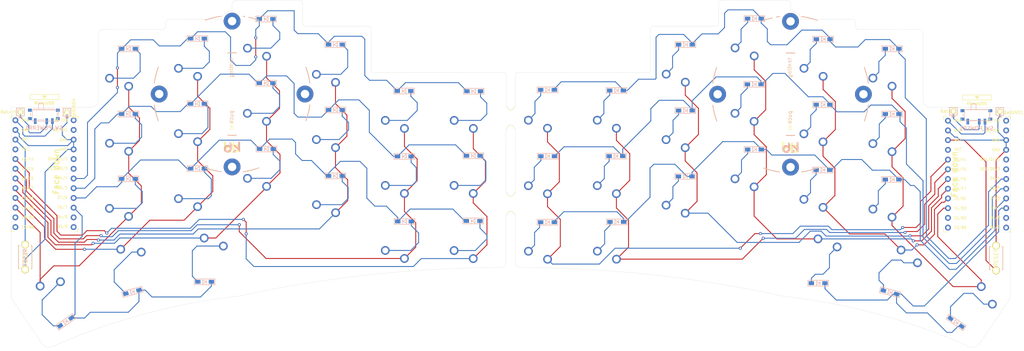
<source format=kicad_pcb>
(kicad_pcb (version 20211014) (generator pcbnew)
  (layers (0 "F.Cu" signal) (31 "B.Cu" signal) (34 "B.Paste" user) (35 "F.Paste" user) (36 "B.SilkS" user "B.Silkscreen") (37 "F.SilkS" user "F.Silkscreen") (38 "B.Mask" user) (39 "F.Mask" user) (44 "Edge.Cuts" user))
  (net 0 "")
  (net 1 "BT+")
  (net 2 "gnd")
  (net 3 "vcc")
  (net 4 "reset")
  (net 5 "raw")
  (net 6 "BT+_r")
  (net 7 "reset_r")
  (net 26 "gnd_r")
  (net 27 "vcc_r")
  (net 28 "row_0")
  (net 29 "Net-(D0-Pad2)")
  (net 30 "Net-(D2-Pad2)")
  (net 31 "row_1")
  (net 32 "Net-(D6-Pad2)")
  (net 33 "Net-(D7-Pad2)")
  (net 34 "Net-(D8-Pad2)")
  (net 35 "row_2")
  (net 36 "Net-(D12-Pad2)")
  (net 37 "Net-(D13-Pad2)")
  (net 38 "Net-(D14-Pad2)")
  (net 39 "Net-(D15-Pad2)")
  (net 40 "row_3")
  (net 41 "Net-(D19-Pad2)")
  (net 42 "Net-(D20-Pad2)")
  (net 43 "col0")
  (net 44 "col1")
  (net 45 "col2")
  (net 46 "col3")
  (net 47 "col4")
  (net 48 "col5")
  (net 49 "Net-(D1-Pad2)")
  (net 50 "Net-(D3-Pad2)")
  (net 51 "Net-(D4-Pad2)")
  (net 52 "Net-(D5-Pad2)")
  (net 53 "Net-(D9-Pad2)")
  (net 54 "Net-(D10-Pad2)")
  (net 55 "Net-(D11-Pad2)")
  (net 56 "Net-(D16-Pad2)")
  (net 57 "Net-(D17-Pad2)")
  (net 58 "Net-(D18-Pad2)")
  (net 59 "raw_r")
  (net 60 "row_0r")
  (net 61 "Net-(Dr0-Pad2)")
  (net 62 "Net-(SW3_r1-Pad2)")
  (net 63 "Net-(Dr2-Pad2)")
  (net 64 "Net-(SW5_r1-Pad2)")
  (net 65 "Net-(Dr4-Pad2)")
  (net 66 "Net-(Dr5-Pad2)")
  (net 67 "row_1r")
  (net 68 "Net-(SW8_r1-Pad2)")
  (net 69 "Net-(SW9_r1-Pad2)")
  (net 70 "Net-(SW10_r1-Pad2)")
  (net 71 "Net-(SW11_r1-Pad2)")
  (net 72 "Net-(Dr10-Pad2)")
  (net 73 "Net-(Dr11-Pad2)")
  (net 74 "row_2r")
  (net 75 "Net-(Dr12-Pad2)")
  (net 76 "Net-(Dr13-Pad2)")
  (net 77 "Net-(SW16_r1-Pad2)")
  (net 78 "Net-(SW17_r1-Pad2)")
  (net 79 "Net-(SW18_r1-Pad2)")
  (net 80 "Net-(Dr17-Pad2)")
  (net 81 "row_3r")
  (net 82 "Net-(Dr18-Pad2)")
  (net 83 "Net-(SW21_r1-Pad2)")
  (net 84 "Net-(Dr20-Pad2)")
  (net 85 "col0r")
  (net 86 "col1r")
  (net 87 "col2r")
  (net 88 "col3r")
  (net 89 "col4r")
  (net 90 "col5r")
  (footprint "kbd:ProMicro_v3" (layer "F.Cu") (at 270.0484 64.328)
    (fp_text reference "U1" hide)
    (fp_text value "ProMicro-kbd" hide)
  )
  (footprint "aym1607:choc-v1-with-millmax" (layer "F.Cu") (at 193.7766 68.1228)
    (fp_text reference "SW16" hide)
    (fp_text value "SW_Push" hide)
  )
  (footprint "aym1607:choc-v1-with-millmax" (layer "F.Cu") (at 228.473 86.6394 180)
    (fp_text reference "SW20" hide)
    (fp_text value "SW_Push" hide)
  )
  (footprint "aym1607:choc-v1-with-millmax" (layer "F.Cu") (at 175.8188 80.137)
    (fp_text reference "SW15" hide)
    (fp_text value "SW_Push" hide)
  )
  (footprint "aym1607:choc-v1-with-millmax" (layer "F.Cu") (at 248.666 89.3572 165)
    (fp_text reference "SW21" hide)
    (fp_text value "SW_Push" hide)
  )
  (footprint "aym1607:choc-v1-with-millmax" (layer "F.Cu") (at 211.7852 61.2394)
    (fp_text reference "SW17" hide)
    (fp_text value "SW_Push" hide)
  )
  (footprint "aym1607:choc-v1-with-millmax" (layer "F.Cu") (at 229.7938 66.5988)
    (fp_text reference "SW18" hide)
    (fp_text value "SW_Push" hide)
  )
  (footprint "aym1607:choc-v1-with-millmax" (layer "F.Cu") (at 193.802 33.8836)
    (fp_text reference "SW4" hide)
    (fp_text value "SW_Push" hide)
  )
  (footprint "aym1607:choc-v1-with-millmax" (layer "F.Cu") (at 175.7934 45.9232)
    (fp_text reference "SW3" hide)
    (fp_text value "SW_Push" hide)
  )
  (footprint "aym1607:choc-v1-with-millmax" (layer "F.Cu") (at 175.7934 63.0174)
    (fp_text reference "SW9" hide)
    (fp_text value "SW_Push" hide)
  )
  (footprint "aym1607:choc-v1-with-millmax" (layer "F.Cu") (at 157.8102 80.1624)
    (fp_text reference "SW14" hide)
    (fp_text value "SW_Push" hide)
  )
  (footprint "aym1607:choc-v1-with-millmax" (layer "F.Cu") (at 229.7938 49.4792)
    (fp_text reference "SW12" hide)
    (fp_text value "SW_Push" hide)
  )
  (footprint "aym1607:choc-v1-with-millmax" (layer "F.Cu") (at 211.7852 44.1198)
    (fp_text reference "SW11" hide)
    (fp_text value "SW_Push" hide)
  )
  (footprint "aym1607:choc-v1-with-millmax" (layer "F.Cu") (at 157.7848 63.0428)
    (fp_text reference "SW8" hide)
    (fp_text value "SW_Push" hide)
  )
  (footprint "aym1607:choc-v1-with-millmax" (layer "F.Cu") (at 229.8192 32.3596)
    (fp_text reference "SW6" hide)
    (fp_text value "SW_Push" hide)
  )
  (footprint "aym1607:choc-v1-with-millmax" (layer "F.Cu") (at 211.8106 27.0256)
    (fp_text reference "SW5" hide)
    (fp_text value "SW_Push" hide)
  )
  (footprint "aym1607:choc-v1-with-millmax" (layer "F.Cu") (at 157.7848 45.9232)
    (fp_text reference "SW2" hide)
    (fp_text value "SW_Push" hide)
  )
  (footprint "Duckyb-Parts:mouse-bite-5mm-slot-with-space-for-track" (layer "F.Cu") (at 148.1582 49.0474)
    (fp_text reference "mouse-bite-2mm-slot" hide)
    (fp_text value "VAL**" hide)
  )
  (footprint "Duckyb-Parts:mouse-bite-5mm-slot-with-space-for-track" (layer "F.Cu") (at 148.1836 71.5518)
    (fp_text reference "mouse-bite-2mm-slot" hide)
    (fp_text value "VAL**" hide)
  )
  (footprint "kbd:ResetSW" (layer "F.Cu") (at 275.0312 85.7504 90)
    (fp_text reference "RSW1" hide)
    (fp_text value "SW_Push")
  )
  (footprint "aym1607:choc-v1-with-millmax" (layer "F.Cu") (at 193.7766 51.0032)
    (fp_text reference "SW10" hide)
    (fp_text value "SW_Push" hide)
  )
  (footprint "kbd:Tenting_Puck2" (layer "F.Cu") (at 221.302 42.936)
    (fp_text reference "REF**")
    (fp_text value "Tenting Puck")
  )
  (footprint "kbd:ProMicro_v3" (layer "F.Cu") (at 26.3306 64.2008)
    (fp_text reference "U2" hide)
    (fp_text value "ProMicro-kbd" hide)
  )
  (footprint "aym1607:choc-v1-with-millmax" (layer "F.Cu") (at 84.3788 61.1124)
    (fp_text reference "SW17_r1" hide)
    (fp_text value "SW_Push" hide)
  )
  (footprint "aym1607:choc-v1-with-millmax" (layer "F.Cu") (at 84.3534 44.1198)
    (fp_text reference "SW11_r1" hide)
    (fp_text value "SW_Push" hide)
  )
  (footprint "aym1607:choc-v1-with-millmax" (layer "F.Cu") (at 120.396 79.9592)
    (fp_text reference "SW15_r1" hide)
    (fp_text value "SW_Push" hide)
  )
  (footprint "aym1607:choc-v1-with-millmax" (layer "F.Cu") (at 66.3448 66.421)
    (fp_text reference "SW18_r1" hide)
    (fp_text value "SW_Push" hide)
  )
  (footprint "aym1607:choc-v1-with-millmax" (layer "F.Cu") (at 66.3448 32.3596)
    (fp_text reference "SW6_r1" hide)
    (fp_text value "SW_Push" hide)
  )
  (footprint "aym1607:choc-v1-with-millmax" (layer "F.Cu") (at 84.3788 27.1018)
    (fp_text reference "SW5_r1" hide)
    (fp_text value "SW_Push" hide)
  )
  (footprint "aym1607:choc-v1-with-millmax" (layer "F.Cu") (at 138.4046 45.974)
    (fp_text reference "SW2_r1" hide)
    (fp_text value "SW_Push" hide)
  )
  (footprint "aym1607:choc-v1-with-millmax" (layer "F.Cu") (at 102.4128 67.9958)
    (fp_text reference "SW16_r1" hide)
    (fp_text value "SW_Push" hide)
  )
  (footprint "aym1607:choc-v1-with-millmax" (layer "F.Cu") (at 102.3874 33.9344)
    (fp_text reference "SW4_r1" hide)
    (fp_text value "SW_Push" hide)
  )
  (footprint "aym1607:choc-v1-with-millmax" (layer "F.Cu") (at 48.3362 51.943)
    (fp_text reference "SW13_r1" hide)
    (fp_text value "SW_Push" hide)
  )
  (footprint "aym1607:choc-v1-with-millmax" (layer "F.Cu") (at 66.3448 49.4284)
    (fp_text reference "SW12_r1" hide)
    (fp_text value "SW_Push" hide)
  )
  (footprint "aym1607:choc-v1-with-millmax" (layer "F.Cu") (at 120.396 45.974)
    (fp_text reference "SW3_r1" hide)
    (fp_text value "SW_Push" hide)
  )
  (footprint "aym1607:choc-v1-with-millmax" (layer "F.Cu") (at 138.3792 62.9666)
    (fp_text reference "SW8_r1" hide)
    (fp_text value "SW_Push" hide)
  )
  (footprint "aym1607:choc-v1-with-millmax" (layer "F.Cu") (at 47.7774 89.154 -165)
    (fp_text reference "SW21_r1" hide)
    (fp_text value "SW_Push" hide)
  )
  (footprint "aym1607:choc-v1-with-millmax" (layer "F.Cu") (at 120.396 62.9666)
    (fp_text reference "SW9_r1" hide)
    (fp_text value "SW_Push" hide)
  )
  (footprint "aym1607:choc-v1-with-millmax" (layer "F.Cu") (at 68.072 86.4108 180)
    (fp_text reference "SW20_r1" hide)
    (fp_text value "SW_Push" hide)
  )
  (footprint "aym1607:choc-v1-with-millmax" (layer "F.Cu") (at 48.3362 34.9504)
    (fp_text reference "SW7_r1" hide)
    (fp_text value "SW_Push" hide)
  )
  (footprint "kbd:Tenting_Puck2" (layer "F.Cu") (at 75.3574 42.8784)
    (fp_text reference "REF**")
    (fp_text value "Tenting Puck")
  )
  (footprint "kbd:ResetSW" (layer "F.Cu") (at 21.2852 85.471 -90)
    (fp_text reference "RSW2" hide)
    (fp_text value "SW_Push")
  )
  (footprint "aym1607:choc-v1-with-millmax" (layer "F.Cu") (at 247.8278 52.0446)
    (fp_text reference "SW13" hide)
    (fp_text value "SW_Push" hide)
  )
  (footprint "aym1607:choc-v1-with-millmax" (layer "F.Cu") (at 267.7668 98.044 145)
    (fp_text reference "SW22" hide)
    (fp_text value "SW_Push" hide)
  )
  (footprint "aym1607:choc-v1-with-millmax" (layer "F.Cu") (at 247.8278 69.1642)
    (fp_text reference "SW19" hide)
    (fp_text value "SW_Push" hide)
  )
  (footprint "aym1607:choc-v1-with-millmax" (layer "F.Cu") (at 48.3108 68.961)
    (fp_text reference "SW19_r1" hide)
    (fp_text value "SW_Push" hide)
  )
  (footprint "kbd:1pin_conn" (layer "F.Cu") (at 263.8552 47.3964)
    (fp_text reference "Bat+1")
    (fp_text value "MountingHole_Pad" hide)
  )
  (footprint "aym1607:choc-v1-with-millmax" (layer "F.Cu") (at 102.3874 50.9778)
    (fp_text reference "SW10_r1" hide)
    (fp_text value "SW_Push" hide)
  )
  (footprint "aym1607:choc-v1-with-millmax" (layer "F.Cu") (at 28.584536 97.91193 -145)
    (fp_text reference "SW22_r1" hide)
    (fp_text value "SW_Push" hide)
  )
  (footprint "kbd:1pin_conn" (layer "F.Cu") (at 275.9964 47.4472)
    (fp_text reference "BatGND1")
    (fp_text value "MountingHole_Pad" hide)
  )
  (footprint "kbd:1pin_conn" (layer "F.Cu") (at 20.0406 47.5742)
    (fp_text reference "Bat+r1")
    (fp_text value "MountingHole_Pad" hide)
  )
  (footprint "aym1607:choc-v1-with-millmax" (layer "F.Cu") (at 138.3792 79.9846)
    (fp_text reference "SW14_r1" hide)
    (fp_text value "SW_Push" hide)
  )
  (footprint "aym1607:choc-v1-with-millmax" (layer "F.Cu") (at 247.8278 34.925)
    (fp_text reference "SW7" hide)
    (fp_text value "SW_Push" hide)
  )
  (footprint "kbd:1pin_conn" (layer "F.Cu") (at 32.2072 47.625)
    (fp_text reference "BatGND4")
    (fp_text value "MountingHole_Pad" hide)
  )
  (footprint "kbd:D3_SMD_v2" (layer "B.Cu") (at 175.6664 59.1058 180)
    (fp_text reference "D7" hide)
    (fp_text value "D" hide)
  )
  (footprint "kbd:D3_SMD_v2" (layer "B.Cu") (at 228.5238 92.3036 180)
    (fp_text reference "D18" hide)
    (fp_text value "D" hide)
  )
  (footprint "kbd:D3_SMD_v2" (layer "B.Cu") (at 66.3194 62.3824)
    (fp_text reference "Dr16" hide)
    (fp_text value "D" hide)
  )
  (footprint "kbd:D3_SMD_v2" (layer "B.Cu") (at 138.4046 59.0296)
    (fp_text reference "Dr6" hide)
    (fp_text value "D" hide)
  )
  (footprint "kbd:D3_SMD_v2" (layer "B.Cu") (at 84.328 57.2516)
    (fp_text reference "Dr15" hide)
    (fp_text value "D" hide)
  )
  (footprint "kbd:D3_SMD_v2" (layer "B.Cu") (at 84.2518 23.2664)
    (fp_text reference "Dr3" hide)
    (fp_text value "D" hide)
  )
  (footprint "kbd:D3_SMD_v2" (layer "B.Cu") (at 68.1736 91.948 180)
    (fp_text reference "Dr18" hide)
    (fp_text value "D" hide)
  )
  (footprint "kbd:D3_SMD_v2" (layer "B.Cu") (at 84.2518 40.0304)
    (fp_text reference "Dr9" hide)
    (fp_text value "D" hide)
  )
  (footprint "kbd:D3_SMD_v2" (layer "B.Cu") (at 247.8532 48.1076 180)
    (fp_text reference "D11" hide)
    (fp_text value "D" hide)
  )
  (footprint "kbd:D3_SMD_v2" (layer "B.Cu") (at 247.8532 65.2272 180)
    (fp_text reference "D17" hide)
    (fp_text value "D" hide)
  )
  (footprint "kbd:D3_SMD_v2" (layer "B.Cu") (at 211.8868 57.3786 180)
    (fp_text reference "D15" hide)
    (fp_text value "D" hide)
  )
  (footprint "kbd:D3_SMD_v2" (layer "B.Cu") (at 193.8274 29.972 180)
    (fp_text reference "D2" hide)
    (fp_text value "D" hide)
  )
  (footprint "kbd:D3_SMD_v2" (layer "B.Cu") (at 66.3194 28.3972)
    (fp_text reference "Dr4" hide)
    (fp_text value "D" hide)
  )
  (footprint "kbd:D3_SMD_v2" (layer "B.Cu") (at 175.895 76.3016 180)
    (fp_text reference "D13" hide)
    (fp_text value "D" hide)
  )
  (footprint "kbd:D3_SMD_v2" (layer "B.Cu") (at 66.3194 45.4406)
    (fp_text reference "Dr10" hide)
    (fp_text value "D" hide)
  )
  (footprint "Button_Switch_SMD:SW_SPDT_PCM12" (layer "B.Cu") (at 269.875 48.6588)
    (fp_text reference "SW_POWER1")
    (fp_text value "SW_SPDT")
  )
  (footprint "kbd:D3_SMD_v2" (layer "B.Cu") (at 157.8356 59.1312 180)
    (fp_text reference "D6" hide)
    (fp_text value "D" hide)
  )
  (footprint "kbd:D3_SMD_v2" (layer "B.Cu") (at 211.8614 23.1648 180)
    (fp_text reference "D3" hide)
    (fp_text value "D" hide)
  )
  (footprint "kbd:D3_SMD_v2" (layer "B.Cu") (at 48.2854 48.1076)
    (fp_text reference "Dr11" hide)
    (fp_text value "D" hide)
  )
  (footprint "kbd:D3_SMD_v2" (layer "B.Cu") (at 102.362 29.972)
    (fp_text reference "Dr2" hide)
    (fp_text value "D" hide)
  )
  (footprint "kbd:D3_SMD_v2" (layer "B.Cu") (at 264.5664 102.5652 145)
    (fp_text reference "D20" hide)
    (fp_text value "D" hide)
  )
  (footprint "kbd:D3_SMD_v2" (layer "B.Cu") (at 229.7684 62.738 180)
    (fp_text reference "D16" hide)
    (fp_text value "D" hide)
  )
  (footprint "kbd:D3_SMD_v2" (layer "B.Cu") (at 138.5062 42.1386)
    (fp_text reference "Dr0" hide)
    (fp_text value "D" hide)
  )
  (footprint "kbd:D3_SMD_v2" (layer "B.Cu") (at 31.877 102.4382 -145)
    (fp_text reference "Dr20" hide)
    (fp_text value "D" hide)
  )
  (footprint "kbd:D3_SMD_v2" (layer "B.Cu") (at 120.3706 59.182)
    (fp_text reference "Dr7" hide)
    (fp_text value "D" hide)
  )
  (footprint "kbd:D3_SMD_v2" (layer "B.Cu") (at 48.2854 31.0642)
    (fp_text reference "Dr5" hide)
    (fp_text value "D" hide)
  )
  (footprint "kbd:D3_SMD_v2" (layer "B.Cu") (at 138.3538 76.0476)
    (fp_text reference "Dr12" hide)
    (fp_text value "D" hide)
  )
  (footprint "kbd:D3_SMD_v2" (layer "B.Cu") (at 247.2944 94.6912 165)
    (fp_text reference "D19" hide)
    (fp_text value "D" hide)
  )
  (footprint "kbd:D3_SMD_v2" (layer "B.Cu") (at 120.2944 42.0878)
    (fp_text reference "Dr1" hide)
    (fp_text value "D" hide)
  )
  (footprint "Button_Switch_SMD:SW_SPDT_PCM12" (layer "B.Cu") (at 26.162 48.5318)
    (fp_text reference "SW_POWERR1")
    (fp_text value "SW_SPDT")
  )
  (footprint "kbd:D3_SMD_v2" (layer "B.Cu") (at 102.362 64.2874)
    (fp_text reference "Dr14" hide)
    (fp_text value "D" hide)
  )
  (footprint "kbd:D3_SMD_v2" (layer "B.Cu") (at 229.7938 45.6692 180)
    (fp_text reference "D10" hide)
    (fp_text value "D" hide)
  )
  (footprint "kbd:D3_SMD_v2" (layer "B.Cu") (at 211.8106 40.3352 180)
    (fp_text reference "D9" hide)
    (fp_text value "D" hide)
  )
  (footprint "kbd:D3_SMD_v2" (layer "B.Cu") (at 120.4214 76.1746)
    (fp_text reference "Dr13" hide)
    (fp_text value "D" hide)
  )
  (footprint "kbd:D3_SMD_v2" (layer "B.Cu") (at 157.7848 76.3778 180)
    (fp_text reference "D12" hide)
    (fp_text value "D" hide)
  )
  (footprint "kbd:D3_SMD_v2" (layer "B.Cu") (at 229.8446 28.5496 180)
    (fp_text reference "D4" hide)
    (fp_text value "D" hide)
  )
  (footprint "kbd:D3_SMD_v2" (layer "B.Cu") (at 157.7848 41.783 180)
    (fp_text reference "D0" hide)
    (fp_text value "D" hide)
  )
  (footprint "kbd:D3_SMD_v2" (layer "B.Cu") (at 193.7766 64.4144 180)
    (fp_text reference "D14" hide)
    (fp_text value "D" hide)
  )
  (footprint "kbd:D3_SMD_v2" (layer "B.Cu") (at 102.362 47.0408)
    (fp_text reference "Dr8" hide)
    (fp_text value "D" hide)
  )
  (footprint "kbd:D3_SMD_v2" (layer "B.Cu") (at 49.3014 94.5896 -165)
    (fp_text reference "Dr19" hide)
    (fp_text value "D" hide)
  )
  (footprint "kbd:D3_SMD_v2" (layer "B.Cu") (at 247.8532 31.0642 180)
    (fp_text reference "D5" hide)
    (fp_text value "D" hide)
  )
  (footprint "kbd:D3_SMD_v2" (layer "B.Cu") (at 48.2854 65.0494)
    (fp_text reference "Dr17" hide)
    (fp_text value "D" hide)
  )
  (footprint "kbd:D3_SMD_v2" (layer "B.Cu") (at 175.8188 41.9608 180)
    (fp_text reference "D1" hide)
    (fp_text value "D" hide)
  )
  (footprint "kbd:D3_SMD_v2" (layer "B.Cu") (at 193.8274 47.1932 180)
    (fp_text reference "D8" hide)
    (fp_text value "D" hide)
  )
  (gr_rect (start 23.1826 47.0558) (end 29.9136 49.9768) (layer "B.SilkS") (width 0.12) (fill none))
  (gr_rect (start 266.8016 46.9773) (end 273.4056 49.8983) (layer "B.SilkS") (width 0.12) (fill none))
  (gr_line (start 255.944001 44.417999) (end 255.944045 27.093419) (layer "Edge.Cuts") (width 0.05))
  (gr_arc (start 270.637 108.2294) (mid 269.370152 108.985251) (end 267.901405 108.84742) (layer "Edge.Cuts") (width 0.05))
  (gr_arc (start 257.937 46.348917) (mid 256.551393 45.785075) (end 255.944001 44.417999) (layer "Edge.Cuts") (width 0.05))
  (gr_arc (start 150.6474 88.2142) (mid 185.167842 90.120635) (end 219.288534 95.695027) (layer "Edge.Cuts") (width 0.05))
  (gr_arc (start 254.871948 26.001558) (mid 255.634128 26.32545) (end 255.944045 27.093419) (layer "Edge.Cuts") (width 0.05))
  (gr_line (start 224.014371 23.380506) (end 237.31202 23.374308) (layer "Edge.Cuts") (width 0.05))
  (gr_arc (start 57.9882 25.3746) (mid 57.802213 25.823613) (end 57.3532 26.0096) (layer "Edge.Cuts") (width 0.05))
  (gr_arc (start 220.24322 18.370508) (mid 221.001492 18.692586) (end 221.3102 19.4564) (layer "Edge.Cuts") (width 0.05))
  (gr_arc (start 92.8624 18.3642) (mid 93.527188 18.642135) (end 93.8022 19.308139) (layer "Edge.Cuts") (width 0.05))
  (gr_line (start 147.294227 46.0756) (end 146.9644 46.0756) (layer "Edge.Cuts") (width 0.05))
  (gr_line (start 149.4282 51.9684) (end 149.4536 68.6562) (layer "Edge.Cuts") (width 0.05))
  (gr_line (start 149.1488 51.9684) (end 149.4282 51.9684) (layer "Edge.Cuts") (width 0.05))
  (gr_line (start 57.9882 24.4348) (end 57.9882 25.3746) (layer "Edge.Cuts") (width 0.05))
  (gr_arc (start 110.9472 25.146) (mid 111.486015 25.369185) (end 111.7092 25.908) (layer "Edge.Cuts") (width 0.05))
  (gr_line (start 18.0848 46.355) (end 38.388198 46.348917) (layer "Edge.Cuts") (width 0.05))
  (gr_line (start 146.9136 68.6562) (end 146.939 51.9684) (layer "Edge.Cuts") (width 0.05))
  (gr_arc (start 40.423155 27.093419) (mid 40.733072 26.32545) (end 41.495252 26.001558) (layer "Edge.Cuts") (width 0.05))
  (gr_arc (start 40.423199 44.417999) (mid 39.800666 45.799716) (end 38.388198 46.348917) (layer "Edge.Cuts") (width 0.05))
  (gr_arc (start 237.31202 23.374308) (mid 238.061369 23.687374) (end 238.379 24.4348) (layer "Edge.Cuts") (width 0.05))
  (gr_line (start 40.423155 27.093419) (end 40.423199 44.417999) (layer "Edge.Cuts") (width 0.05))
  (gr_line (start 257.937 46.348917) (end 278.2824 46.355) (layer "Edge.Cuts") (width 0.05))
  (gr_line (start 146.9136 87.0204) (end 146.9136 74.4728) (layer "Edge.Cuts") (width 0.05))
  (gr_arc (start 202.565 19.308139) (mid 202.84001 18.642134) (end 203.5048 18.3642) (layer "Edge.Cuts") (width 0.05))
  (gr_arc (start 149.4028 37.9476) (mid 149.603666 37.462666) (end 150.0886 37.2618) (layer "Edge.Cuts") (width 0.05))
  (gr_line (start 147.2692 68.6562) (end 146.9136 68.6562) (layer "Edge.Cuts") (width 0.05))
  (gr_line (start 147.1676 51.9684) (end 146.939 51.9684) (layer "Edge.Cuts") (width 0.05))
  (gr_arc (start 219.288534 95.695027) (mid 244.102885 100.393904) (end 267.901405 108.84742) (layer "Edge.Cuts") (width 0.05))
  (gr_line (start 75.331283 19.558) (end 75.3364 21.082) (layer "Edge.Cuts") (width 0.05))
  (gr_line (start 149.4028 37.9476) (end 149.4028 46.1518) (layer "Edge.Cuts") (width 0.05))
  (gr_line (start 278.6888 96.266) (end 270.637 108.2294) (layer "Edge.Cuts") (width 0.05))
  (gr_line (start 202.565 19.308139) (end 202.565 24.384) (layer "Edge.Cuts") (width 0.05))
  (gr_arc (start 147.1676 51.9684) (mid 148.1582 50.9778) (end 149.1488 51.9684) (layer "Edge.Cuts") (width 0.05))
  (gr_line (start 93.8022 24.384) (end 93.8022 19.308139) (layer "Edge.Cuts") (width 0.05))
  (gr_arc (start 278.2824 46.355) (mid 278.583606 46.476195) (end 278.708868 46.775732) (layer "Edge.Cuts") (width 0.05))
  (gr_line (start 184.2008 37.2618) (end 150.0886 37.2618) (layer "Edge.Cuts") (width 0.05))
  (gr_line (start 278.708868 46.775732) (end 278.7396 96.012) (layer "Edge.Cuts") (width 0.05))
  (gr_arc (start 57.9882 24.4348) (mid 58.305825 23.687368) (end 59.05518 23.374308) (layer "Edge.Cuts") (width 0.05))
  (gr_line (start 147.2692 74.4728) (end 146.9136 74.4728) (layer "Edge.Cuts") (width 0.05))
  (gr_line (start 254.871948 26.001558) (end 239.014 26.0096) (layer "Edge.Cuts") (width 0.05))
  (gr_line (start 238.379 25.3746) (end 238.379 24.4348) (layer "Edge.Cuts") (width 0.05))
  (gr_arc (start 28.465795 108.84742) (mid 52.264315 100.393904) (end 77.078666 95.695027) (layer "Edge.Cuts") (width 0.05))
  (gr_line (start 57.3532 26.0096) (end 41.495252 26.001558) (layer "Edge.Cuts") (width 0.05))
  (gr_arc (start 17.658332 46.775732) (mid 17.783594 46.476195) (end 18.0848 46.355) (layer "Edge.Cuts") (width 0.05))
  (gr_arc (start 202.565 24.384) (mid 202.341815 24.922815) (end 201.803 25.146) (layer "Edge.Cuts") (width 0.05))
  (gr_arc (start 149.097999 68.6562) (mid 148.821384 69.286546) (end 148.1836 69.545552) (layer "Edge.Cuts") (width 0.05))
  (gr_line (start 59.05518 23.374308) (end 72.6186 23.368) (layer "Edge.Cuts") (width 0.05))
  (gr_arc (start 150.6474 88.2142) (mid 149.803256 87.864544) (end 149.4536 87.0204) (layer "Edge.Cuts") (width 0.05))
  (gr_arc (start 94.5642 25.146) (mid 94.025385 24.922815) (end 93.8022 24.384) (layer "Edge.Cuts") (width 0.05))
  (gr_line (start 149.4028 46.1518) (end 149.0218 46.1518) (layer "Edge.Cuts") (width 0.05))
  (gr_arc (start 146.9136 87.0204) (mid 146.568763 87.869363) (end 145.7198 88.2142) (layer "Edge.Cuts") (width 0.05))
  (gr_line (start 149.4536 74.4728) (end 149.098 74.4728) (layer "Edge.Cuts") (width 0.05))
  (gr_line (start 201.803 25.146) (end 185.42 25.146) (layer "Edge.Cuts") (width 0.05))
  (gr_arc (start 184.658 36.8046) (mid 184.524089 37.127889) (end 184.2008 37.2618) (layer "Edge.Cuts") (width 0.05))
  (gr_line (start 110.9472 25.146) (end 94.5642 25.146) (layer "Edge.Cuts") (width 0.05))
  (gr_arc (start 146.2786 37.2618) (mid 146.763534 37.462666) (end 146.9644 37.9476) (layer "Edge.Cuts") (width 0.05))
  (gr_line (start 149.4536 74.4728) (end 149.4536 87.0204) (layer "Edge.Cuts") (width 0.05))
  (gr_arc (start 112.1664 37.2618) (mid 111.843111 37.127889) (end 111.7092 36.8046) (layer "Edge.Cuts") (width 0.05))
  (gr_line (start 146.9644 46.0756) (end 146.9644 37.9476) (layer "Edge.Cuts") (width 0.05))
  (gr_arc (start 28.465795 108.84742) (mid 26.989337 109.019382) (end 25.7302 108.2294) (layer "Edge.Cuts") (width 0.05))
  (gr_arc (start 148.1836 69.545552) (mid 147.545816 69.286546) (end 147.269201 68.6562) (layer "Edge.Cuts") (width 0.05))
  (gr_arc (start 239.014 26.0096) (mid 238.564987 25.823613) (end 238.379 25.3746) (layer "Edge.Cuts") (width 0.05))
  (gr_line (start 149.4536 68.6562) (end 149.098 68.6562) (layer "Edge.Cuts") (width 0.05))
  (gr_line (start 146.2786 37.2618) (end 112.1664 37.2618) (layer "Edge.Cuts") (width 0.05))
  (gr_arc (start 72.6186 23.368) (mid 73.56438 21.733846) (end 75.3364 21.082) (layer "Edge.Cuts") (width 0.05))
  (gr_line (start 184.658 25.908) (end 184.658 36.8046) (layer "Edge.Cuts") (width 0.05))
  (gr_arc (start 184.658 25.908) (mid 184.881185 25.369185) (end 185.42 25.146) (layer "Edge.Cuts") (width 0.05))
  (gr_arc (start 17.6784 96.266) (mid 17.640424 96.141515) (end 17.6276 96.012) (layer "Edge.Cuts") (width 0.05))
  (gr_arc (start 149.0218 46.1518) (mid 148.11935 46.990258) (end 147.294227 46.0756) (layer "Edge.Cuts") (width 0.05))
  (gr_arc (start 147.2692 74.4728) (mid 148.1836 73.5584) (end 149.098 74.4728) (layer "Edge.Cuts") (width 0.05))
  (gr_arc (start 75.331283 19.558) (mid 75.719882 18.650026) (end 76.6572 18.3388) (layer "Edge.Cuts") (width 0.05))
  (gr_arc (start 221.3102 21.1836) (mid 223.046636 21.808956) (end 224.014371 23.380506) (layer "Edge.Cuts") (width 0.05))
  (gr_line (start 17.6276 96.012) (end 17.658332 46.775732) (layer "Edge.Cuts") (width 0.05))
  (gr_line (start 25.7302 108.2294) (end 17.6784 96.266) (layer "Edge.Cuts") (width 0.05))
  (gr_arc (start 278.7396 96.012) (mid 278.726775 96.141515) (end 278.6888 96.266) (layer "Edge.Cuts") (width 0.05))
  (gr_line (start 220.24322 18.370508) (end 203.5048 18.3642) (layer "Edge.Cuts") (width 0.05))
  (gr_line (start 92.8624 18.3642) (end 76.6572 18.3388) (layer "Edge.Cuts") (width 0.05))
  (gr_line (start 111.7092 36.8046) (end 111.7092 25.908) (layer "Edge.Cuts") (width 0.05))
  (gr_line (start 221.3102 21.1836) (end 221.3102 19.4564) (layer "Edge.Cuts") (width 0.05))
  (gr_arc (start 77.078666 95.695027) (mid 111.199358 90.120635) (end 145.7198 88.2142) (layer "Edge.Cuts") (width 0.05))
  (gr_text "Face down" (at 264.1346 63.8302 90) (layer "F.SilkS") (effects (font (size 1.5 1.5) (thickness 0.3))))
  (gr_text "Face down" (at 29.3834 63.1444 90) (layer "F.SilkS") (effects (font (size 1.5 1.5) (thickness 0.3))))
  (segment (start 270.3576 52.197) (end 270.625 51.9296) (width 0.25) (layer "B.Cu") (net 1))
  (segment (start 270.625 51.9296) (end 270.625 50.0888) (width 0.25) (layer "B.Cu") (net 1))
  (segment (start 263.8552 49.1998) (end 266.8524 52.197) (width 0.25) (layer "B.Cu") (net 1))
  (segment (start 263.8552 47.3964) (end 263.8552 49.1998) (width 0.25) (layer "B.Cu") (net 1))
  (segment (start 266.8524 52.197) (end 270.3576 52.197) (width 0.25) (layer "B.Cu") (net 1))
  (segment (start 275.0312 82.5004) (end 275.0312 60.0986) (width 0.25) (layer "F.Cu") (net 2))
  (segment (start 275.0312 60.0986) (end 277.6598 57.47) (width 0.25) (layer "F.Cu") (net 2))
  (segment (start 275.9964 47.4472) (end 275.9964 48.7934) (width 0.25) (layer "B.Cu") (net 2))
  (segment (start 275.4884 49.3014) (end 275.4884 52.7586) (width 0.25) (layer "B.Cu") (net 2))
  (segment (start 275.9964 48.7934) (end 275.4884 49.3014) (width 0.25) (layer "B.Cu") (net 2))
  (segment (start 265.5976 54.93) (end 277.6598 54.93) (width 0.25) (layer "B.Cu") (net 2))
  (segment (start 262.4398 52.39) (end 264.2026 54.1528) (width 0.25) (layer "B.Cu") (net 2))
  (segment (start 264.2026 54.1528) (end 264.8204 54.1528) (width 0.25) (layer "B.Cu") (net 2))
  (segment (start 277.6598 54.93) (end 277.6598 57.47) (width 0.25) (layer "B.Cu") (net 2))
  (segment (start 275.4884 52.7586) (end 277.6598 54.93) (width 0.25) (layer "B.Cu") (net 2))
  (segment (start 264.8204 54.1528) (end 265.5976 54.93) (width 0.25) (layer "B.Cu") (net 2))
  (segment (start 272.3896 60.6298) (end 272.3896 86.3588) (width 0.25) (layer "F.Cu") (net 4))
  (segment (start 272.3896 86.3588) (end 275.0312 89.0004) (width 0.25) (layer "F.Cu") (net 4))
  (segment (start 262.4398 54.93) (end 266.6898 54.93) (width 0.25) (layer "F.Cu") (net 4))
  (segment (start 266.6898 54.93) (end 272.3896 60.6298) (width 0.25) (layer "F.Cu") (net 4))
  (segment (start 272.1356 52.9336) (end 272.125 52.923) (width 0.25) (layer "B.Cu") (net 5))
  (segment (start 262.4398 49.85) (end 265.9298 53.34) (width 0.25) (layer "B.Cu") (net 5))
  (segment (start 272.125 52.923) (end 272.125 50.0888) (width 0.25) (layer "B.Cu") (net 5))
  (segment (start 271.7292 53.34) (end 272.1356 52.9336) (width 0.25) (layer "B.Cu") (net 5))
  (segment (start 265.9298 53.34) (end 271.7292 53.34) (width 0.25) (layer "B.Cu") (net 5))
  (segment (start 20.0406 48.9458) (end 22.1996 51.1048) (width 0.25) (layer "B.Cu") (net 6))
  (segment (start 22.1996 52.6796) (end 22.5298 53.0098) (width 0.25) (layer "B.Cu") (net 6))
  (segment (start 25.2476 53.0098) (end 26.912 51.3454) (width 0.25) (layer "B.Cu") (net 6))
  (segment (start 22.5298 53.0098) (end 25.2476 53.0098) (width 0.25) (layer "B.Cu") (net 6))
  (segment (start 22.1996 51.1048) (end 22.1996 52.6796) (width 0.25) (layer "B.Cu") (net 6))
  (segment (start 26.912 51.3454) (end 26.912 49.9618) (width 0.25) (layer "B.Cu") (net 6))
  (segment (start 20.0406 47.5742) (end 20.0406 48.9458) (width 0.25) (layer "B.Cu") (net 6))
  (segment (start 21.2852 57.366) (end 18.722 54.8028) (width 0.25) (layer "B.Cu") (net 7))
  (segment (start 21.2852 82.221) (end 21.2852 57.366) (width 0.25) (layer "B.Cu") (net 7))
  (segment (start 32.2072 47.625) (end 32.2072 50.419) (width 0.25) (layer "B.Cu") (net 26))
  (segment (start 21.2852 86.0044) (end 26.4922 80.7974) (width 0.25) (layer "B.Cu") (net 26))
  (segment (start 26.4922 80.7974) (end 26.4922 63.246) (width 0.25) (layer "B.Cu") (net 26))
  (segment (start 32.2072 54.8386) (end 32.243 54.8028) (width 0.25) (layer "B.Cu") (net 26))
  (segment (start 30.988 51.6382) (end 30.988 53.6194) (width 0.25) (layer "B.Cu") (net 26))
  (segment (start 26.4922 63.246) (end 32.3954 57.3428) (width 0.25) (layer "B.Cu") (net 26))
  (segment (start 33.942 54.8028) (end 33.942 57.3428) (width 0.25) (layer "B.Cu") (net 26))
  (segment (start 19.7358 53.2766) (end 19.7358 54.0004) (width 0.25) (layer "B.Cu") (net 26))
  (segment (start 32.3822 56.3626) (end 33.942 54.8028) (width 0.25) (layer "B.Cu") (net 26))
  (segment (start 32.2072 50.419) (end 30.988 51.6382) (width 0.25) (layer "B.Cu") (net 26))
  (segment (start 30.988 53.6194) (end 32.2072 54.8386) (width 0.25) (layer "B.Cu") (net 26))
  (segment (start 22.098 56.3626) (end 32.3822 56.3626) (width 0.25) (layer "B.Cu") (net 26))
  (segment (start 21.2852 88.721) (end 21.2852 86.0044) (width 0.25) (layer "B.Cu") (net 26))
  (segment (start 18.722 52.2628) (end 19.7358 53.2766) (width 0.25) (layer "B.Cu") (net 26))
  (segment (start 32.3954 57.3428) (end 33.942 57.3428) (width 0.25) (layer "B.Cu") (net 26))
  (segment (start 19.7358 54.0004) (end 22.098 56.3626) (width 0.25) (layer "B.Cu") (net 26))
  (segment (start 32.243 54.8028) (end 33.942 54.8028) (width 0.25) (layer "B.Cu") (net 26))
  (segment (start 161.3916 39.6748) (end 175.514 39.6748) (width 0.25) (layer "B.Cu") (net 28))
  (segment (start 215.2396 29.1592) (end 216.0778 29.9974) (width 0.25) (layer "B.Cu") (net 28))
  (segment (start 195.6024 29.972) (end 195.6024 29.721) (width 0.25) (layer "B.Cu") (net 28))
  (segment (start 186.1566 38.8112) (end 186.1566 28.0416) (width 0.25) (layer "B.Cu") (net 28))
  (segment (start 213.6364 23.0348) (end 213.6364 23.1648) (width 0.25) (layer "B.Cu") (net 28))
  (segment (start 186.1566 28.0416) (end 186.8932 27.305) (width 0.25) (layer "B.Cu") (net 28))
  (segment (start 185.9534 39.0144) (end 186.1566 38.8112) (width 0.25) (layer "B.Cu") (net 28))
  (segment (start 216.0778 29.9974) (end 220.4212 29.9974) (width 0.25) (layer "B.Cu") (net 28))
  (segment (start 262.6868 85.8774) (end 264.3632 85.8774) (width 0.25) (layer "B.Cu") (net 28))
  (segment (start 273.05 68.4276) (end 276.3876 65.09) (width 0.25) (layer "B.Cu") (net 28))
  (segment (start 159.5598 41.783) (end 159.5598 41.5066) (width 0.25) (layer "B.Cu") (net 28))
  (segment (start 256.794 49.3776) (end 256.794 79.9846) (width 0.25) (layer "B.Cu") (net 28))
  (segment (start 249.6282 32.1788) (end 251.2822 33.8328) (width 0.25) (layer "B.Cu") (net 28))
  (segment (start 195.6024 29.5372) (end 195.6024 29.972) (width 0.25) (layer "B.Cu") (net 28))
  (segment (start 233.0704 30.5816) (end 238.9124 30.5816) (width 0.25) (layer "B.Cu") (net 28))
  (segment (start 215.2396 25.908) (end 215.2396 29.1592) (width 0.25) (layer "B.Cu") (net 28))
  (segment (start 229.5906 26.1874) (end 231.6196 28.2164) (width 0.25) (layer "B.Cu") (net 28))
  (segment (start 159.5598 41.5066) (end 161.3916 39.6748) (width 0.25) (layer "B.Cu") (net 28))
  (segment (start 204.0636 25.5016) (end 204.0636 21.7678) (width 0.25) (layer "B.Cu") (net 28))
  (segment (start 177.5938 41.9608) (end 178.6382 41.9608) (width 0.25) (layer "B.Cu") (net 28))
  (segment (start 204.9526 20.8788) (end 211.4804 20.8788) (width 0.25) (layer "B.Cu") (net 28))
  (segment (start 211.4804 20.8788) (end 213.6364 23.0348) (width 0.25) (layer "B.Cu") (net 28))
  (segment (start 251.2822 33.8328) (end 251.2822 43.8658) (width 0.25) (layer "B.Cu") (net 28))
  (segment (start 231.6196 29.1308) (end 233.0704 30.5816) (width 0.25) (layer "B.Cu") (net 28))
  (segment (start 181.5846 39.0144) (end 185.9534 39.0144) (width 0.25) (layer "B.Cu") (net 28))
  (segment (start 240.8428 28.6512) (end 247.2152 28.6512) (width 0.25) (layer "B.Cu") (net 28))
  (segment (start 195.6024 29.721) (end 198.1708 27.1526) (width 0.25) (layer "B.Cu") (net 28))
  (segment (start 264.3632 85.8774) (end 273.05 77.1906) (width 0.25) (layer "B.Cu") (net 28))
  (segment (start 220.4212 29.9974) (end 224.2312 26.1874) (width 0.25) (layer "B.Cu") (net 28))
  (segment (start 193.3702 27.305) (end 195.6024 29.5372) (width 0.25) (layer "B.Cu") (net 28))
  (segment (start 177.5938 41.7546) (end 177.5938 41.9608) (width 0.25) (layer "B.Cu") (net 28))
  (segment (start 251.2822 43.8658) (end 256.794 49.3776) (width 0.25) (layer "B.Cu") (net 28))
  (segment (start 213.6364 23.1648) (end 213.6364 24.3048) (width 0.25) (layer "B.Cu") (net 28))
  (segment (start 178.6382 41.9608) (end 181.5846 39.0144) (width 0.25) (layer "B.Cu") (net 28))
  (segment (start 276.3876 65.09) (end 277.6598 65.09) (width 0.25) (layer "B.Cu") (net 28))
  (segment (start 247.2152 28.6512) (end 249.6282 31.0642) (width 0.25) (layer "B.Cu") (net 28))
  (segment (start 249.6282 31.0642) (end 249.6282 32.1788) (width 0.25) (layer "B.Cu") (net 28))
  (segment (start 198.1708 27.1526) (end 202.4126 27.1526) (width 0.25) (layer "B.Cu") (net 28))
  (segment (start 224.2312 26.1874) (end 229.5906 26.1874) (width 0.25) (layer "B.Cu") (net 28))
  (segment (start 231.6196 28.5496) (end 231.6196 29.1308) (width 0.25) (layer "B.Cu") (net 28))
  (segment (start 204.0636 21.7678) (end 204.9526 20.8788) (width 0.25) (layer "B.Cu") (net 28))
  (segment (start 186.8932 27.305) (end 193.3702 27.305) (width 0.25) (layer "B.Cu") (net 28))
  (segment (start 238.9124 30.5816) (end 240.8428 28.6512) (width 0.25) (layer "B.Cu") (net 28))
  (segment (start 273.05 77.1906) (end 273.05 68.4276) (width 0.25) (layer "B.Cu") (net 28))
  (segment (start 202.4126 27.1526) (end 204.0636 25.5016) (width 0.25) (layer "B.Cu") (net 28))
  (segment (start 175.514 39.6748) (end 177.5938 41.7546) (width 0.25) (layer "B.Cu") (net 28))
  (segment (start 256.794 79.9846) (end 262.6868 85.8774) (width 0.25) (layer "B.Cu") (net 28))
  (segment (start 231.6196 28.2164) (end 231.6196 28.5496) (width 0.25) (layer "B.Cu") (net 28))
  (segment (start 213.6364 24.3048) (end 215.2396 25.908) (width 0.25) (layer "B.Cu") (net 28))
  (segment (start 154.5082 47.9998) (end 152.7848 49.7232) (width 0.25) (layer "B.Cu") (net 29))
  (segment (start 154.5082 44.8056) (end 154.5082 47.9998) (width 0.25) (layer "B.Cu") (net 29))
  (segment (start 156.0098 41.783) (end 156.0098 43.304) (width 0.25) (layer "B.Cu") (net 29))
  (segment (start 156.0098 43.304) (end 154.5082 44.8056) (width 0.25) (layer "B.Cu") (net 29))
  (segment (start 192.0524 31.3914) (end 190.4746 32.9692) (width 0.25) (layer "B.Cu") (net 30))
  (segment (start 192.0524 29.972) (end 192.0524 31.3914) (width 0.25) (layer "B.Cu") (net 30))
  (segment (start 190.4746 32.9692) (end 190.4746 36.011) (width 0.25) (layer "B.Cu") (net 30))
  (segment (start 190.4746 36.011) (end 188.802 37.6836) (width 0.25) (layer "B.Cu") (net 30))
  (segment (start 213.5856 40.3352) (end 213.8426 40.3352) (width 0.25) (layer "B.Cu") (net 31))
  (segment (start 159.639 59.1312) (end 162.1028 56.6674) (width 0.25) (layer "B.Cu") (net 31))
  (segment (start 212.471 38.4048) (end 213.5856 39.5194) (width 0.25) (layer "B.Cu") (net 31))
  (segment (start 195.6024 44.6562) (end 201.8538 38.4048) (width 0.25) (layer "B.Cu") (net 31))
  (segment (start 231.5688 45.6692) (end 233.423 47.5234) (width 0.25) (layer "B.Cu") (net 31))
  (segment (start 184.785 49.911) (end 184.785 46.7106) (width 0.25) (layer "B.Cu") (net 31))
  (segment (start 162.1028 56.6674) (end 175.003 56.6674) (width 0.25) (layer "B.Cu") (net 31))
  (segment (start 264.6426 87.1728) (end 274.0406 77.7748) (width 0.25) (layer "B.Cu") (net 31))
  (segment (start 201.8538 38.4048) (end 212.471 38.4048) (width 0.25) (layer "B.Cu") (net 31))
  (segment (start 216.6874 37.4904) (end 219.837 37.4904) (width 0.25) (layer "B.Cu") (net 31))
  (segment (start 195.6024 46.86) (end 195.6024 47.1932) (width 0.25) (layer "B.Cu") (net 31))
  (segment (start 229.743 43.5864) (end 231.5688 45.4122) (width 0.25) (layer "B.Cu") (net 31))
  (segment (start 213.5856 39.5194) (end 213.5856 40.3352) (width 0.25) (layer "B.Cu") (net 31))
  (segment (start 159.6106 59.1312) (end 159.639 59.1312) (width 0.25) (layer "B.Cu") (net 31))
  (segment (start 186.9694 44.5262) (end 193.2686 44.5262) (width 0.25) (layer "B.Cu") (net 31))
  (segment (start 255.9304 80.3402) (end 262.763 87.1728) (width 0.25) (layer "B.Cu") (net 31))
  (segment (start 233.423 47.5234) (end 240.538 47.5234) (width 0.25) (layer "B.Cu") (net 31))
  (segment (start 249.916821 48.396221) (end 249.916821 50.120421) (width 0.25) (layer "B.Cu") (net 31))
  (segment (start 255.9304 65.532) (end 255.9304 80.3402) (width 0.25) (layer "B.Cu") (net 31))
  (segment (start 249.916821 50.120421) (end 251.587 51.7906) (width 0.25) (layer "B.Cu") (net 31))
  (segment (start 247.777 45.7708) (end 249.6282 47.622) (width 0.25) (layer "B.Cu") (net 31))
  (segment (start 251.587 51.7906) (end 251.587 61.1886) (width 0.25) (layer "B.Cu") (net 31))
  (segment (start 249.6282 48.1076) (end 249.916821 48.396221) (width 0.25) (layer "B.Cu") (net 31))
  (segment (start 274.0406 77.7748) (end 274.0406 69.9008) (width 0.25) (layer "B.Cu") (net 31))
  (segment (start 177.4414 57.2546) (end 184.785 49.911) (width 0.25) (layer "B.Cu") (net 31))
  (segment (start 231.5688 45.4122) (end 231.5688 45.6692) (width 0.25) (layer "B.Cu") (net 31))
  (segment (start 195.6024 47.1932) (end 195.6024 44.6562) (width 0.25) (layer "B.Cu") (net 31))
  (segment (start 219.837 37.4904) (end 225.933 43.5864) (width 0.25) (layer "B.Cu") (net 31))
  (segment (start 274.0406 69.9008) (end 276.3114 67.63) (width 0.25) (layer "B.Cu") (net 31))
  (segment (start 225.933 43.5864) (end 229.743 43.5864) (width 0.25) (layer "B.Cu") (net 31))
  (segment (start 242.2906 45.7708) (end 247.777 45.7708) (width 0.25) (layer "B.Cu") (net 31))
  (segment (start 240.538 47.5234) (end 242.2906 45.7708) (width 0.25) (layer "B.Cu") (net 31))
  (segment (start 184.785 46.7106) (end 186.9694 44.5262) (width 0.25) (layer "B.Cu") (net 31))
  (segment (start 249.6282 47.622) (end 249.6282 48.1076) (width 0.25) (layer "B.Cu") (net 31))
  (segment (start 175.003 56.6674) (end 177.4414 59.1058) (width 0.25) (layer "B.Cu") (net 31))
  (segment (start 213.8426 40.3352) (end 216.6874 37.4904) (width 0.25) (layer "B.Cu") (net 31))
  (segment (start 262.763 87.1728) (end 264.6426 87.1728) (width 0.25) (layer "B.Cu") (net 31))
  (segment (start 276.3114 67.63) (end 277.6598 67.63) (width 0.25) (layer "B.Cu") (net 31))
  (segment (start 177.4414 59.1058) (end 177.4414 57.2546) (width 0.25) (layer "B.Cu") (net 31))
  (segment (start 251.587 61.1886) (end 255.9304 65.532) (width 0.25) (layer "B.Cu") (net 31))
  (segment (start 193.2686 44.5262) (end 195.6024 46.86) (width 0.25) (layer "B.Cu") (net 31))
  (segment (start 154.3304 62.0268) (end 154.3304 65.2972) (width 0.25) (layer "B.Cu") (net 32))
  (segment (start 156.0606 59.1312) (end 156.0606 60.2966) (width 0.25) (layer "B.Cu") (net 32))
  (segment (start 154.3304 65.2972) (end 152.7848 66.8428) (width 0.25) (layer "B.Cu") (net 32))
  (segment (start 156.0606 60.2966) (end 154.3304 62.0268) (width 0.25) (layer "B.Cu") (net 32))
  (segment (start 172.6438 64.967) (end 170.7934 66.8174) (width 0.25) (layer "B.Cu") (net 33))
  (segment (start 173.8914 60.4744) (end 172.6438 61.722) (width 0.25) (layer "B.Cu") (net 33))
  (segment (start 172.6438 61.722) (end 172.6438 64.967) (width 0.25) (layer "B.Cu") (net 33))
  (segment (start 173.8914 59.1058) (end 173.8914 60.4744) (width 0.25) (layer "B.Cu") (net 33))
  (segment (start 192.0524 48.2824) (end 190.6016 49.7332) (width 0.25) (layer "B.Cu") (net 34))
  (segment (start 190.6016 49.7332) (end 190.6016 52.9782) (width 0.25) (layer "B.Cu") (net 34))
  (segment (start 190.6016 52.9782) (end 188.7766 54.8032) (width 0.25) (layer "B.Cu") (net 34))
  (segment (start 192.0524 47.1932) (end 192.0524 48.2824) (width 0.25) (layer "B.Cu") (net 34))
  (segment (start 177.67 75.3842) (end 177.67 76.3016) (width 0.25) (layer "B.Cu") (net 35))
  (segment (start 203.581 55.3212) (end 211.709 55.3212) (width 0.25) (layer "B.Cu") (net 35))
  (segment (start 231.9782 62.738) (end 234.7214 59.9948) (width 0.25) (layer "B.Cu") (net 35))
  (segment (start 195.5516 63.3506) (end 203.581 55.3212) (width 0.25) (layer "B.Cu") (net 35))
  (segment (start 255.1938 81.0768) (end 262.8138 88.6968) (width 0.25) (layer "B.Cu") (net 35))
  (segment (start 162.0774 73.6346) (end 175.9204 73.6346) (width 0.25) (layer "B.Cu") (net 35))
  (segment (start 249.6282 65.2272) (end 251.123808 65.2272) (width 0.25) (layer "B.Cu") (net 35))
  (segment (start 178.1302 76.3016) (end 184.5818 69.85) (width 0.25) (layer "B.Cu") (net 35))
  (segment (start 274.7264 73.1034) (end 277.6598 70.17) (width 0.25) (layer "B.Cu") (net 35))
  (segment (start 252.673208 66.7766) (end 253.5936 66.7766) (width 0.25) (layer "B.Cu") (net 35))
  (segment (start 213.6618 57.3786) (end 214.9602 57.3786) (width 0.25) (layer "B.Cu") (net 35))
  (segment (start 185.5724 61.2394) (end 191.0842 61.2394) (width 0.25) (layer "B.Cu") (net 35))
  (segment (start 177.67 76.3016) (end 178.1302 76.3016) (width 0.25) (layer "B.Cu") (net 35))
  (segment (start 184.5818 69.85) (end 184.5818 62.23) (width 0.25) (layer "B.Cu") (net 35))
  (segment (start 234.7214 59.9948) (end 239.903 59.9948) (width 0.25) (layer "B.Cu") (net 35))
  (segment (start 191.0842 61.2394) (end 194.2592 64.4144) (width 0.25) (layer "B.Cu") (net 35))
  (segment (start 239.903 59.9948) (end 242.697 62.7888) (width 0.25) (layer "B.Cu") (net 35))
  (segment (start 231.5434 62.738) (end 231.9782 62.738) (width 0.25) (layer "B.Cu") (net 35))
  (segment (start 227.6318 58.8264) (end 231.5434 62.738) (width 0.25) (layer "B.Cu") (net 35))
  (segment (start 213.6618 57.274) (end 213.6618 57.3786) (width 0.25) (layer "B.Cu") (net 35))
  (segment (start 242.697 62.7888) (end 247.1898 62.7888) (width 0.25) (layer "B.Cu") (net 35))
  (segment (start 251.123808 65.2272) (end 252.673208 66.7766) (width 0.25) (layer "B.Cu") (net 35))
  (segment (start 247.1898 62.7888) (end 249.6282 65.2272) (width 0.25) (layer "B.Cu") (net 35))
  (segment (start 159.5598 76.3778) (end 159.5598 76.1522) (width 0.25) (layer "B.Cu") (net 35))
  (segment (start 274.7264 78.5114) (end 274.7264 73.1034) (width 0.25) (layer "B.Cu") (net 35))
  (segment (start 159.5598 76.1522) (end 162.0774 73.6346) (width 0.25) (layer "B.Cu") (net 35))
  (segment (start 253.5936 66.7766) (end 255.1938 68.3768) (width 0.25) (layer "B.Cu") (net 35))
  (segment (start 214.9602 57.3786) (end 216.408 58.8264) (width 0.25) (layer "B.Cu") (net 35))
  (segment (start 184.5818 62.23) (end 185.5724 61.2394) (width 0.25) (layer "B.Cu") (net 35))
  (segment (start 195.5516 64.4144) (end 195.5516 63.3506) (width 0.25) (layer "B.Cu") (net 35))
  (segment (start 175.9204 73.6346) (end 177.67 75.3842) (width 0.25) (layer "B.Cu") (net 35))
  (segment (start 216.408 58.8264) (end 227.6318 58.8264) (width 0.25) (layer "B.Cu") (net 35))
  (segment (start 194.2592 64.4144) (end 195.5516 64.4144) (width 0.25) (layer "B.Cu") (net 35))
  (segment (start 211.709 55.3212) (end 213.6618 57.274) (width 0.25) (layer "B.Cu") (net 35))
  (segment (start 264.541 88.6968) (end 274.7264 78.5114) (width 0.25) (layer "B.Cu") (net 35))
  (segment (start 255.1938 68.3768) (end 255.1938 81.0768) (width 0.25) (layer "B.Cu") (net 35))
  (segment (start 262.8138 88.6968) (end 264.541 88.6968) (width 0.25) (layer "B.Cu") (net 35))
  (segment (start 155.721179 76.666421) (end 155.721179 77.755621) (width 0.25) (layer "B.Cu") (net 36))
  (segment (start 154.4066 82.366) (end 152.8102 83.9624) (width 0.25) (layer "B.Cu") (net 36))
  (segment (start 156.0098 76.3778) (end 155.721179 76.666421) (width 0.25) (layer "B.Cu") (net 36))
  (segment (start 154.4066 79.0702) (end 154.4066 82.366) (width 0.25) (layer "B.Cu") (net 36))
  (segment (start 155.721179 77.755621) (end 154.4066 79.0702) (width 0.25) (layer "B.Cu") (net 36))
  (segment (start 172.72 78.6384) (end 172.72 82.0358) (width 0.25) (layer "B.Cu") (net 37))
  (segment (start 174.12 76.3016) (end 174.12 77.2384) (width 0.25) (layer "B.Cu") (net 37))
  (segment (start 172.72 82.0358) (end 170.8188 83.937) (width 0.25) (layer "B.Cu") (net 37))
  (segment (start 174.12 77.2384) (end 172.72 78.6384) (width 0.25) (layer "B.Cu") (net 37))
  (segment (start 192.0016 64.4144) (end 192.0016 65.6306) (width 0.25) (layer "B.Cu") (net 38))
  (segment (start 190.5508 67.0814) (end 190.5508 70.1486) (width 0.25) (layer "B.Cu") (net 38))
  (segment (start 192.0016 65.6306) (end 190.5508 67.0814) (width 0.25) (layer "B.Cu") (net 38))
  (segment (start 190.5508 70.1486) (end 188.7766 71.9228) (width 0.25) (layer "B.Cu") (net 38))
  (segment (start 208.4832 63.3414) (end 206.7852 65.0394) (width 0.25) (layer "B.Cu") (net 39))
  (segment (start 210.1118 57.3786) (end 210.1118 58.4678) (width 0.25) (layer "B.Cu") (net 39))
  (segment (start 208.4832 60.0964) (end 208.4832 63.3414) (width 0.25) (layer "B.Cu") (net 39))
  (segment (start 210.1118 58.4678) (end 208.4832 60.0964) (width 0.25) (layer "B.Cu") (net 39))
  (segment (start 276.3876 72.71) (end 277.6598 72.71) (width 0.25) (layer "B.Cu") (net 40))
  (segment (start 265.072302 103.583298) (end 266.020395 103.583298) (width 0.25) (layer "B.Cu") (net 40))
  (segment (start 230.2988 93.7738) (end 233.2482 96.7232) (width 0.25) (layer "B.Cu") (net 40))
  (segment (start 250.243004 95.150604) (end 253.365 98.2726) (width 0.25) (layer "B.Cu") (net 40))
  (segment (start 256.286 98.2726) (end 275.6916 78.867) (width 0.25) (layer "B.Cu") (net 40))
  (segment (start 262.1788 105.1814) (end 263.4742 105.1814) (width 0.25) (layer "B.Cu") (net 40))
  (segment (start 275.6916 78.867) (end 275.6916 73.406) (width 0.25) (layer "B.Cu") (net 40))
  (segment (start 253.365 98.2726) (end 256.286 98.2726) (width 0.25) (layer "B.Cu") (net 40))
  (segment (start 251.5616 100.076) (end 257.0734 100.076) (width 0.25) (layer "B.Cu") (net 40))
  (segment (start 233.2482 96.7232) (end 246.5832 96.7232) (width 0.25) (layer "B.Cu") (net 40))
  (segment (start 246.5832 96.7232) (end 248.155796 95.150604) (width 0.25) (layer "B.Cu") (net 40))
  (segment (start 275.6916 73.406) (end 276.3876 72.71) (width 0.25) (layer "B.Cu") (net 40))
  (segment (start 249.008918 95.150604) (end 249.008918 97.523318) (width 0.25) (layer "B.Cu") (net 40))
  (segment (start 257.0734 100.076) (end 262.1788 105.1814) (width 0.25) (layer "B.Cu") (net 40))
  (segment (start 249.008918 97.523318) (end 251.5616 100.076) (width 0.25) (layer "B.Cu") (net 40))
  (segment (start 249.008918 95.150604) (end 250.243004 95.150604) (width 0.25) (layer "B.Cu") (net 40))
  (segment (start 263.4742 105.1814) (end 265.072302 103.583298) (width 0.25) (layer "B.Cu") (net 40))
  (segment (start 248.155796 95.150604) (end 249.008918 95.150604) (width 0.25) (layer "B.Cu") (net 40))
  (segment (start 230.2988 92.3036) (end 230.2988 93.7738) (width 0.25) (layer "B.Cu") (net 40))
  (segment (start 247.7516 86.2838) (end 250.2154 86.2838) (width 0.25) (layer "B.Cu") (net 41))
  (segment (start 244.4242 91.567) (end 244.4242 89.6112) (width 0.25) (layer "B.Cu") (net 41))
  (segment (start 244.4242 89.6112) (end 247.7516 86.2838) (width 0.25) (layer "B.Cu") (net 41))
  (segment (start 245.579882 92.722682) (end 244.4242 91.567) (width 0.25) (layer "B.Cu") (net 41))
  (segment (start 245.579882 94.231796) (end 245.579882 92.722682) (width 0.25) (layer "B.Cu") (net 41))
  (segment (start 250.912377 86.980777) (end 254.479142 86.980777) (width 0.25) (layer "B.Cu") (net 41))
  (segment (start 250.2154 86.2838) (end 250.912377 86.980777) (width 0.25) (layer "B.Cu") (net 41))
  (segment (start 263.112405 101.547102) (end 263.112405 98.456595) (width 0.25) (layer "B.Cu") (net 42))
  (segment (start 271.814504 97.799104) (end 274.042151 97.799104) (width 0.25) (layer "B.Cu") (net 42))
  (segment (start 268.986 94.9706) (end 271.814504 97.799104) (width 0.25) (layer "B.Cu") (net 42))
  (segment (start 266.5984 94.9706) (end 268.986 94.9706) (width 0.25) (layer "B.Cu") (net 42))
  (segment (start 263.112405 98.456595) (end 266.5984 94.9706) (width 0.25) (layer "B.Cu") (net 42))
  (segment (start 160.8836 58.4962) (end 160.8836 65.844) (width 0.25) (layer "F.Cu") (net 43))
  (segment (start 208.1784 83.185) (end 212.0138 79.3496) (width 0.25) (layer "F.Cu") (net 43))
  (segment (start 161.1376 82.735) (end 157.8102 86.0624) (width 0.25) (layer "F.Cu") (net 43))
  (segment (start 161.1376 75.6412) (end 161.1376 82.735) (width 0.25) (layer "F.Cu") (net 43))
  (segment (start 160.8836 65.844) (end 157.7848 68.9428) (width 0.25) (layer "F.Cu") (net 43))
  (segment (start 255.2954 70.9422) (end 257.9878 68.2498) (width 0.25) (layer "F.Cu") (net 43))
  (segment (start 257.9878 68.2498) (end 257.9878 64.462) (width 0.25) (layer "F.Cu") (net 43))
  (segment (start 157.7848 55.3974) (end 160.8836 58.4962) (width 0.25) (layer "F.Cu") (net 43))
  (segment (start 157.7848 51.8232) (end 157.7848 55.3974) (width 0.25) (layer "F.Cu") (net 43))
  (segment (start 255.2954 76.5556) (end 255.2954 70.9422) (width 0.25) (layer "F.Cu") (net 43))
  (segment (start 157.7848 68.9428) (end 157.7848 72.2884) (width 0.25) (layer "F.Cu") (net 43))
  (segment (start 257.9878 64.462) (end 262.4398 60.01) (width 0.25) (layer "F.Cu") (net 43))
  (segment (start 212.0138 79.3496) (end 213.4362 79.3496) (width 0.25) (layer "F.Cu") (net 43))
  (segment (start 157.7848 72.2884) (end 161.1376 75.6412) (width 0.25) (layer "F.Cu") (net 43))
  (segment (start 254.1016 77.7494) (end 255.2954 76.5556) (width 0.25) (layer "F.Cu") (net 43))
  (segment (start 250.5964 77.7494) (end 254.1016 77.7494) (width 0.25) (layer "F.Cu") (net 43))
  (via (at 208.1784 83.185) (size 0.8) (drill 0.4) (layers "F.Cu" "B.Cu") (net 43))
  (via (at 250.5964 77.7494) (size 0.8) (drill 0.4) (layers "F.Cu" "B.Cu") (net 43))
  (via (at 213.4362 79.3496) (size 0.8) (drill 0.4) (layers "F.Cu" "B.Cu") (net 43))
  (segment (start 157.8102 86.0624) (end 159.073 87.3252) (width 0.25) (layer "B.Cu") (net 43))
  (segment (start 221.9198 79.3496) (end 223.8502 77.4192) (width 0.25) (layer "B.Cu") (net 43))
  (segment (start 159.073 87.3252) (end 170.9166 87.3252) (width 0.25) (layer "B.Cu") (net 43))
  (segment (start 213.4362 79.3496) (end 221.9198 79.3496) (width 0.25) (layer "B.Cu") (net 43))
  (segment (start 232.1052 78.3336) (end 250.0122 78.3336) (width 0.25) (layer "B.Cu") (net 43))
  (segment (start 250.0122 78.3336) (end 250.5964 77.7494) (width 0.25) (layer "B.Cu") (net 43))
  (segment (start 171.323 87.3252) (end 175.4632 83.185) (width 0.25) (layer "B.Cu") (net 43))
  (segment (start 170.9166 87.3252) (end 171.323 87.3252) (width 0.25) (layer "B.Cu") (net 43))
  (segment (start 223.8502 77.4192) (end 231.1908 77.4192) (width 0.25) (layer "B.Cu") (net 43))
  (segment (start 231.1908 77.4192) (end 232.1052 78.3336) (width 0.25) (layer "B.Cu") (net 43))
  (segment (start 175.4632 83.185) (end 208.1784 83.185) (width 0.25) (layer "B.Cu") (net 43))
  (segment (start 178.9684 75.8444) (end 178.9684 82.8874) (width 0.25) (layer "F.Cu") (net 44))
  (segment (start 175.8188 86.037) (end 208.7046 86.037) (width 0.25) (layer "F.Cu") (net 44))
  (segment (start 254.4318 78.8162) (end 256.3368 76.9112) (width 0.25) (layer "F.Cu") (net 44))
  (segment (start 179.2732 65.4376) (end 175.7934 68.9174) (width 0.25) (layer "F.Cu") (net 44))
  (segment (start 208.7046 86.037) (end 214.1728 80.5688) (width 0.25) (layer "F.Cu") (net 44))
  (segment (start 251.4854 78.8162) (end 254.4318 78.8162) (width 0.25) (layer "F.Cu") (net 44))
  (segment (start 175.7934 51.8232) (end 175.7934 54.991) (width 0.25) (layer "F.Cu") (net 44))
  (segment (start 259.0038 69.0626) (end 259.0038 65.986) (width 0.25) (layer "F.Cu") (net 44))
  (segment (start 178.9684 82.8874) (end 175.8188 86.037) (width 0.25) (layer "F.Cu") (net 44))
  (segment (start 179.2732 58.4708) (end 179.2732 65.4376) (width 0.25) (layer "F.Cu") (net 44))
  (segment (start 256.3368 76.9112) (end 256.3368 71.7296) (width 0.25) (layer "F.Cu") (net 44))
  (segment (start 175.7934 72.6694) (end 178.9684 75.8444) (width 0.25) (layer "F.Cu") (net 44))
  (segment (start 175.7934 54.991) (end 179.2732 58.4708) (width 0.25) (layer "F.Cu") (net 44))
  (segment (start 256.3368 71.7296) (end 259.0038 69.0626) (width 0.25) (layer "F.Cu") (net 44))
  (segment (start 175.7934 68.9174) (end 175.7934 72.6694) (width 0.25) (layer "F.Cu") (net 44))
  (segment (start 259.0038 65.986) (end 262.4398 62.55) (width 0.25) (layer "F.Cu") (net 44))
  (segment (start 251.2314 79.0702) (end 251.4854 78.8162) (width 0.25) (layer "F.Cu") (net 44))
  (via (at 251.2314 79.0702) (size 0.8) (drill 0.4) (layers "F.Cu" "B.Cu") (net 44))
  (via (at 214.1728 80.5688) (size 0.8) (drill 0.4) (layers "F.Cu" "B.Cu") (net 44))
  (segment (start 222.631 80.5688) (end 222.6818 80.518) (width 0.25) (layer "B.Cu") (net 44))
  (segment (start 224.93472 78.26508) (end 230.71588 78.26508) (width 0.25) (layer "B.Cu") (net 44))
  (segment (start 230.71588 78.26508) (end 230.7844 78.3336) (width 0.25) (layer "B.Cu") (net 44))
  (segment (start 214.1728 80.5688) (end 222.631 80.5688) (width 0.25) (layer "B.Cu") (net 44))
  (segment (start 231.521 79.0702) (end 251.2314 79.0702) (width 0.25) (layer "B.Cu") (net 44))
  (segment (start 222.6818 80.518) (end 224.93472 78.26508) (width 0.25) (layer "B.Cu") (net 44))
  (segment (start 230.7844 78.3336) (end 231.521 79.0702) (width 0.25) (layer "B.Cu") (net 44))
  (segment (start 193.802 39.936) (end 194.29 39.936) (width 0.25) (layer "F.Cu") (net 45))
  (segment (start 252.5268 79.9338) (end 255.6256 79.9338) (width 0.25) (layer "F.Cu") (net 45))
  (segment (start 193.7766 60.3758) (end 196.8754 63.4746) (width 0.25) (layer "F.Cu") (net 45))
  (segment (start 197.231 53.4488) (end 193.7766 56.9032) (width 0.25) (layer "F.Cu") (net 45))
  (segment (start 193.7766 56.9032) (end 193.7766 60.3758) (width 0.25) (layer "F.Cu") (net 45))
  (segment (start 257.4036 72.136) (end 259.9182 69.6214) (width 0.25) (layer "F.Cu") (net 45))
  (segment (start 259.9182 69.6214) (end 259.9182 67.6116) (width 0.25) (layer "F.Cu") (net 45))
  (segment (start 259.9182 67.6116) (end 262.4398 65.09) (width 0.25) (layer "F.Cu") (net 45))
  (segment (start 196.8754 70.924) (end 193.7766 74.0228) (width 0.25) (layer "F.Cu") (net 45))
  (segment (start 196.8754 63.4746) (end 196.8754 70.924) (width 0.25) (layer "F.Cu") (net 45))
  (segment (start 193.802 39.7836) (end 193.802 43.18) (width 0.25) (layer "F.Cu") (net 45))
  (segment (start 193.802 43.18) (end 197.231 46.609) (width 0.25) (layer "F.Cu") (net 45))
  (segment (start 257.4036 78.1558) (end 257.4036 72.136) (width 0.25) (layer "F.Cu") (net 45))
  (segment (start 255.6256 79.9338) (end 257.4036 78.1558) (width 0.25) (layer "F.Cu") (net 45))
  (segment (start 197.231 46.609) (end 197.231 53.4488) (width 0.25) (layer "F.Cu") (net 45))
  (via (at 252.5268 79.9338) (size 0.8) (drill 0.4) (layers "F.Cu" "B.Cu") (net 45))
  (segment (start 199.7274 74.0228) (end 207.3656 81.661) (width 0.25) (layer "B.Cu") (net 45))
  (segment (start 252.4506 80.01) (end 252.5268 79.9338) (width 0.25) (layer "B.Cu") (net 45))
  (segment (start 230.5812 80.01) (end 252.4506 80.01) (width 0.25) (layer "B.Cu") (net 45))
  (segment (start 229.2858 78.7146) (end 230.5812 80.01) (width 0.25) (layer "B.Cu") (net 45))
  (segment (start 226.4664 78.7146) (end 229.2858 78.7146) (width 0.25) (layer "B.Cu") (net 45))
  (segment (start 193.7766 74.0228) (end 199.7274 74.0228) (width 0.25) (layer "B.Cu") (net 45))
  (segment (start 223.52 81.661) (end 226.4664 78.7146) (width 0.25) (layer "B.Cu") (net 45))
  (segment (start 207.3656 81.661) (end 223.52 81.661) (width 0.25) (layer "B.Cu") (net 45))
  (segment (start 255.6002 81.2546) (end 258.1402 78.7146) (width 0.25) (layer "F.Cu") (net 46))
  (segment (start 217.747 80.7394) (end 228.473 80.7394) (width 0.25) (layer "F.Cu") (net 46))
  (segment (start 258.1402 78.7146) (end 258.1402 72.6186) (width 0.25) (layer "F.Cu") (net 46))
  (segment (start 214.9856 56.6928) (end 214.9856 63.939) (width 0.25) (layer "F.Cu") (net 46))
  (segment (start 214.8078 46.9972) (end 211.7852 50.0198) (width 0.25) (layer "F.Cu") (net 46))
  (segment (start 260.7564 70.0024) (end 260.7818 70.0024) (width 0.25) (layer "F.Cu") (net 46))
  (segment (start 253.3904 81.2546) (end 255.6002 81.2546) (width 0.25) (layer "F.Cu") (net 46))
  (segment (start 260.7818 70.0024) (end 260.7818 69.288) (width 0.25) (layer "F.Cu") (net 46))
  (segment (start 211.7852 67.1394) (end 211.7852 74.7776) (width 0.25) (layer "F.Cu") (net 46))
  (segment (start 260.7818 69.288) (end 262.4398 67.63) (width 0.25) (layer "F.Cu") (net 46))
  (segment (start 214.8078 39.5478) (end 214.8078 46.9972) (width 0.25) (layer "F.Cu") (net 46))
  (segment (start 211.8106 32.9256) (end 211.8106 36.5506) (width 0.25) (layer "F.Cu") (net 46))
  (segment (start 211.7852 53.4924) (end 214.9856 56.6928) (width 0.25) (layer "F.Cu") (net 46))
  (segment (start 211.7852 50.0198) (end 211.7852 53.4924) (width 0.25) (layer "F.Cu") (net 46))
  (segment (start 214.9856 63.939) (end 211.7852 67.1394) (width 0.25) (layer "F.Cu") (net 46))
  (segment (start 211.8106 36.5506) (end 214.8078 39.5478) (width 0.25) (layer "F.Cu") (net 46))
  (segment (start 211.7852 74.7776) (end 217.747 80.7394) (width 0.25) (layer "F.Cu") (net 46))
  (segment (start 258.1402 72.6186) (end 260.7564 70.0024) (width 0.25) (layer "F.Cu") (net 46))
  (via (at 253.3904 81.2546) (size 0.8) (drill 0.4) (layers "F.Cu" "B.Cu") (net 46))
  (segment (start 228.473 80.7394) (end 252.8752 80.7394) (width 0.25) (layer "B.Cu") (net 46))
  (segment (start 252.8752 80.7394) (end 253.3904 81.2546) (width 0.25) (layer "B.Cu") (net 46))
  (segment (start 254.381 82.296) (end 256.159 82.296) (width 0.25) (layer "F.Cu") (net 47))
  (segment (start 260.8072 71.1708) (end 261.439 71.1708) (width 0.25) (layer "F.Cu") (net 47))
  (segment (start 232.8926 62.23) (end 232.8926 69.4) (width 0.25) (layer "F.Cu") (net 47))
  (segment (start 229.8192 41.6814) (end 233.0196 44.8818) (width 0.25) (layer "F.Cu") (net 47))
  (segment (start 258.9022 73.0758) (end 260.8072 71.1708) (width 0.25) (layer "F.Cu") (net 47))
  (segment (start 258.9022 79.5528) (end 258.9022 73.0758) (width 0.25) (layer "F.Cu") (net 47))
  (segment (start 261.439 71.1708) (end 262.4398 70.17) (width 0.25) (layer "F.Cu") (net 47))
  (segment (start 229.7938 59.1312) (end 232.8926 62.23) (width 0.25) (layer "F.Cu") (net 47))
  (segment (start 229.8192 38.2596) (end 229.8192 41.6814) (width 0.25) (layer "F.Cu") (net 47))
  (segment (start 256.159 82.296) (end 258.9022 79.5528) (width 0.25) (layer "F.Cu") (net 47))
  (segment (start 233.0196 52.1534) (end 229.7938 55.3792) (width 0.25) (layer "F.Cu") (net 47))
  (segment (start 236.7462 79.4512) (end 245.985994 79.4512) (width 0.25) (layer "F.Cu") (net 47))
  (segment (start 229.7938 55.3792) (end 229.7938 59.1312) (width 0.25) (layer "F.Cu") (net 47))
  (segment (start 232.8926 69.4) (end 229.7938 72.4988) (width 0.25) (layer "F.Cu") (net 47))
  (segment (start 233.0196 44.8818) (end 233.0196 52.1534) (width 0.25) (layer "F.Cu") (net 47))
  (segment (start 229.7938 72.4988) (end 236.7462 79.4512) (width 0.25) (layer "F.Cu") (net 47))
  (segment (start 245.985994 79.4512) (end 250.193032 83.658238) (width 0.25) (layer "F.Cu") (net 47))
  (via (at 254.381 82.296) (size 0.8) (drill 0.4) (layers "F.Cu" "B.Cu") (net 47))
  (segment (start 250.193032 83.658238) (end 253.018762 83.658238) (width 0.25) (layer "B.Cu") (net 47))
  (segment (start 253.018762 83.658238) (end 254.381 82.296) (width 0.25) (layer "B.Cu") (net 47))
  (segment (start 250.7234 64.7954) (end 250.7234 72.1686) (width 0.25) (layer "F.Cu") (net 48))
  (segment (start 271.150901 91.522101) (end 259.7658 80.137) (width 0.25) (layer "F.Cu") (net 48))
  (segment (start 247.8278 57.9446) (end 247.8278 61.8998) (width 0.25) (layer "F.Cu") (net 48))
  (segment (start 263.797403 93.211003) (end 271.150901 93.211003) (width 0.25) (layer "F.Cu") (net 48))
  (segment (start 250.7234 72.1686) (end 247.8278 75.0642) (width 0.25) (layer "F.Cu") (net 48))
  (segment (start 251.2568 54.5156) (end 247.8278 57.9446) (width 0.25) (layer "F.Cu") (net 48))
  (segment (start 247.8278 61.8998) (end 250.7234 64.7954) (width 0.25) (layer "F.Cu") (net 48))
  (segment (start 251.2568 47.4472) (end 251.2568 54.5156) (width 0.25) (layer "F.Cu") (net 48))
  (segment (start 259.7658 74.2442) (end 261.3 72.71) (width 0.25) (layer "F.Cu") (net 48))
  (segment (start 247.8278 40.825) (end 247.8278 44.0182) (width 0.25) (layer "F.Cu") (net 48))
  (segment (start 247.8278 77.2414) (end 263.797403 93.211003) (width 0.25) (layer "F.Cu") (net 48))
  (segment (start 247.8278 44.0182) (end 251.2568 47.4472) (width 0.25) (layer "F.Cu") (net 48))
  (segment (start 259.7658 80.137) (end 259.7658 74.2442) (width 0.25) (layer "F.Cu") (net 48))
  (segment (start 261.3 72.71) (end 262.4398 72.71) (width 0.25) (layer "F.Cu") (net 48))
  (segment (start 247.8278 75.0642) (end 247.8278 77.2414) (width 0.25) (layer "F.Cu") (net 48))
  (segment (start 271.150901 93.211003) (end 271.150901 91.522101) (width 0.25) (layer "F.Cu") (net 48))
  (segment (start 172.5168 47.9998) (end 170.7934 49.7232) (width 0.25) (layer "B.Cu") (net 49))
  (segment (start 174.0438 41.9608) (end 174.0438 43.1516) (width 0.25) (layer "B.Cu") (net 49))
  (segment (start 174.0438 43.1516) (end 172.5168 44.6786) (width 0.25) (layer "B.Cu") (net 49))
  (segment (start 172.5168 44.6786) (end 172.5168 47.9998) (width 0.25) (layer "B.Cu") (net 49))
  (segment (start 210.0864 23.1648) (end 210.0864 24.2032) (width 0.25) (layer "B.Cu") (net 50))
  (segment (start 208.3816 29.2546) (end 206.8106 30.8256) (width 0.25) (layer "B.Cu") (net 50))
  (segment (start 208.3816 25.908) (end 208.3816 29.2546) (width 0.25) (layer "B.Cu") (net 50))
  (segment (start 210.0864 24.2032) (end 208.3816 25.908) (width 0.25) (layer "B.Cu") (net 50))
  (segment (start 226.441 34.5378) (end 224.8192 36.1596) (width 0.25) (layer "B.Cu") (net 51))
  (segment (start 228.0696 29.6134) (end 226.441 31.242) (width 0.25) (layer "B.Cu") (net 51))
  (segment (start 226.441 31.242) (end 226.441 34.5378) (width 0.25) (layer "B.Cu") (net 51))
  (segment (start 228.0696 28.5496) (end 228.0696 29.6134) (width 0.25) (layer "B.Cu") (net 51))
  (segment (start 246.0782 32.7376) (end 244.3734 34.4424) (width 0.25) (layer "B.Cu") (net 52))
  (segment (start 244.3734 37.1794) (end 242.8278 38.725) (width 0.25) (layer "B.Cu") (net 52))
  (segment (start 246.0782 31.0642) (end 246.0782 32.7376) (width 0.25) (layer "B.Cu") (net 52))
  (segment (start 244.3734 34.4424) (end 244.3734 37.1794) (width 0.25) (layer "B.Cu") (net 52))
  (segment (start 210.0356 41.3482) (end 208.3308 43.053) (width 0.25) (layer "B.Cu") (net 53))
  (segment (start 210.0356 40.3352) (end 210.0356 41.3482) (width 0.25) (layer "B.Cu") (net 53))
  (segment (start 208.3308 46.3742) (end 206.7852 47.9198) (width 0.25) (layer "B.Cu") (net 53))
  (segment (start 208.3308 43.053) (end 208.3308 46.3742) (width 0.25) (layer "B.Cu") (net 53))
  (segment (start 226.568 51.505) (end 224.7938 53.2792) (width 0.25) (layer "B.Cu") (net 54))
  (segment (start 226.568 48.4632) (end 226.568 51.505) (width 0.25) (layer "B.Cu") (net 54))
  (segment (start 228.0188 47.0124) (end 226.568 48.4632) (width 0.25) (layer "B.Cu") (net 54))
  (segment (start 228.0188 45.6692) (end 228.0188 47.0124) (width 0.25) (layer "B.Cu") (net 54))
  (segment (start 246.0782 49.1206) (end 244.5004 50.6984) (width 0.25) (layer "B.Cu") (net 55))
  (segment (start 246.0782 48.1076) (end 246.0782 49.1206) (width 0.25) (layer "B.Cu") (net 55))
  (segment (start 244.5004 54.172) (end 242.8278 55.8446) (width 0.25) (layer "B.Cu") (net 55))
  (segment (start 244.5004 50.6984) (end 244.5004 54.172) (width 0.25) (layer "B.Cu") (net 55))
  (segment (start 226.5172 65.4304) (end 226.5172 68.6754) (width 0.25) (layer "B.Cu") (net 56))
  (segment (start 226.5172 68.6754) (end 224.7938 70.3988) (width 0.25) (layer "B.Cu") (net 56))
  (segment (start 227.9934 63.9542) (end 226.5172 65.4304) (width 0.25) (layer "B.Cu") (net 56))
  (segment (start 227.9934 62.738) (end 227.9934 63.9542) (width 0.25) (layer "B.Cu") (net 56))
  (segment (start 244.2464 68.1482) (end 244.2464 71.5456) (width 0.25) (layer "B.Cu") (net 57))
  (segment (start 244.2464 71.5456) (end 242.8278 72.9642) (width 0.25) (layer "B.Cu") (net 57))
  (segment (start 246.0782 66.3164) (end 244.2464 68.1482) (width 0.25) (layer "B.Cu") (net 57))
  (segment (start 246.0782 65.2272) (end 246.0782 66.3164) (width 0.25) (layer "B.Cu") (net 57))
  (segment (start 227.7872 89.9922) (end 229.7684 89.9922) (width 0.25) (layer "B.Cu") (net 58))
  (segment (start 231.4702 84.8422) (end 233.473 82.8394) (width 0.25) (layer "B.Cu") (net 58))
  (segment (start 229.7684 89.9922) (end 231.4702 88.2904) (width 0.25) (layer "B.Cu") (net 58))
  (segment (start 226.7488 91.0306) (end 227.7872 89.9922) (width 0.25) (layer "B.Cu") (net 58))
  (segment (start 231.4702 88.2904) (end 231.4702 84.8422) (width 0.25) (layer "B.Cu") (net 58))
  (segment (start 226.7488 92.3036) (end 226.7488 91.0306) (width 0.25) (layer "B.Cu") (net 58))
  (segment (start 20.6502 51.651) (end 20.6502 53.3654) (width 0.25) (layer "B.Cu") (net 59))
  (segment (start 18.722 49.7228) (end 20.6502 51.651) (width 0.25) (layer "B.Cu") (net 59))
  (segment (start 21.1836 53.8988) (end 26.416 53.8988) (width 0.25) (layer "B.Cu") (net 59))
  (segment (start 20.6502 53.3654) (end 21.1836 53.8988) (width 0.25) (layer "B.Cu") (net 59))
  (segment (start 26.416 53.8988) (end 28.412 51.9028) (width 0.25) (layer "B.Cu") (net 59))
  (segment (start 28.412 51.9028) (end 28.412 49.9618) (width 0.25) (layer "B.Cu") (net 59))
  (segment (start 45.3898 36.0426) (end 45.3898 41.1734) (width 0.25) (layer "F.Cu") (net 60))
  (segment (start 81.534 28.1686) (end 81.534 33.1724) (width 0.25) (layer "F.Cu") (net 60))
  (via (at 81.534 33.1724) (size 0.8) (drill 0.4) (layers "F.Cu" "B.Cu") (net 60))
  (via (at 81.534 28.1686) (size 0.8) (drill 0.4) (layers "F.Cu" "B.Cu") (net 60))
  (via (at 45.3898 36.0426) (size 0.8) (drill 0.4) (layers "F.Cu" "B.Cu") (net 60))
  (via (at 45.3898 41.1734) (size 0.8) (drill 0.4) (layers "F.Cu" "B.Cu") (net 60))
  (segment (start 136.7312 42.1386) (end 134.496 39.9034) (width 0.25) (layer "B.Cu") (net 60))
  (segment (start 45.3898 41.1734) (end 45.3898 42.4942) (width 0.25) (layer "B.Cu") (net 60))
  (segment (start 118.5194 42.0878) (end 118.5194 42.0654) (width 0.25) (layer "B.Cu") (net 60))
  (segment (start 45.3898 32.1848) (end 45.3898 36.0426) (width 0.25) (layer "B.Cu") (net 60))
  (segment (start 76.3524 35.4076) (end 74.9554 34.0106) (width 0.25) (layer "B.Cu") (net 60))
  (segment (start 91.5924 26.1874) (end 91.5924 21.1074) (width 0.25) (layer "B.Cu") (net 60))
  (segment (start 80.0862 35.4076) (end 76.3524 35.4076) (width 0.25) (layer "B.Cu") (net 60))
  (segment (start 84.6358 21.1074) (end 82.4768 23.2664) (width 0.25) (layer "B.Cu") (net 60))
  (segment (start 100.587 29.8226) (end 97.8662 27.1018) (width 0.25) (layer "B.Cu") (net 60))
  (segment (start 81.534 26.0096) (end 81.534 28.1686) (width 0.25) (layer "B.Cu") (net 60))
  (segment (start 63.7032 28.3972) (end 61.7982 30.3022) (width 0.25) (layer "B.Cu") (net 60))
  (segment (start 37.5666 64.0842) (end 36.688 64.9628) (width 0.25) (layer "B.Cu") (net 60))
  (segment (start 74.9554 28.0416) (end 74.9808 28.0162) (width 0.25) (layer "B.Cu") (net 60))
  (segment (start 81.534 33.9598) (end 80.0862 35.4076) (width 0.25) (layer "B.Cu") (net 60))
  (segment (start 64.5444 28.3972) (end 63.7032 28.3972) (width 0.25) (layer "B.Cu") (net 60))
  (segment (start 54.7116 28.702) (end 48.8726 28.702) (width 0.25) (layer "B.Cu") (net 60))
  (segment (start 118.5194 42.0594) (end 118.5194 42.0878) (width 0.25) (layer "B.Cu") (net 60))
  (segment (start 115.7478 39.2938) (end 111.2774 39.2938) (width 0.25) (layer "B.Cu") (net 60))
  (segment (start 111.2774 39.2938) (end 110.0328 38.0492) (width 0.25) (layer "B.Cu") (net 60))
  (segment (start 102.0826 27.7876) (end 100.587 29.2832) (width 0.25) (layer "B.Cu") (net 60))
  (segment (start 73.5584 26.5938) (end 66.3478 26.5938) (width 0.25) (layer "B.Cu") (net 60))
  (segment (start 118.5194 42.0654) (end 115.7478 39.2938) (width 0.25) (layer "B.Cu") (net 60))
  (segment (start 100.587 29.972) (end 100.587 29.8226) (width 0.25) (layer "B.Cu") (net 60))
  (segment (start 91.5924 21.1074) (end 84.6358 21.1074) (width 0.25) (layer "B.Cu") (net 60))
  (segment (start 100.587 29.2832) (end 100.587 29.972) (width 0.25) (layer "B.Cu") (net 60))
  (segment (start 37.5666 50.3174) (end 37.5666 64.0842) (width 0.25) (layer "B.Cu") (net 60))
  (segment (start 45.3898 42.4942) (end 37.5666 50.3174) (width 0.25) (layer "B.Cu") (net 60))
  (segment (start 56.3118 30.3022) (end 54.7116 28.702) (width 0.25) (layer "B.Cu") (net 60))
  (segment (start 97.8662 27.1018) (end 92.5068 27.1018) (width 0.25) (layer "B.Cu") (net 60))
  (segment (start 82.4768 25.0668) (end 81.534 26.0096) (width 0.25) (layer "B.Cu") (net 60))
  (segment (start 120.6754 39.9034) (end 118.5194 42.0594) (width 0.25) (layer "B.Cu") (net 60))
  (segment (start 92.5068 27.1018) (end 91.5924 26.1874) (width 0.25) (layer "B.Cu") (net 60))
  (segment (start 134.496 39.9034) (end 120.6754 39.9034) (width 0.25) (layer "B.Cu") (net 60))
  (segment (start 74.9554 34.0106) (end 74.9554 28.0416) (width 0.25) (layer "B.Cu") (net 60))
  (segment (start 82.4768 23.2664) (end 82.4768 25.0668) (width 0.25) (layer "B.Cu") (net 60))
  (segment (start 81.534 33.1724) (end 81.534 33.9598) (width 0.25) (layer "B.Cu") (net 60))
  (segment (start 61.7982 30.3022) (end 56.3118 30.3022) (width 0.25) (layer "B.Cu") (net 60))
  (segment (start 110.0328 38.0492) (end 110.0328 28.5496) (width 0.25) (layer "B.Cu") (net 60))
  (segment (start 48.8726 28.702) (end 46.5104 31.0642) (width 0.25) (layer "B.Cu") (net 60))
  (segment (start 74.9808 28.0162) (end 73.5584 26.5938) (width 0.25) (layer "B.Cu") (net 60))
  (segment (start 109.2708 27.7876) (end 102.0826 27.7876) (width 0.25) (layer "B.Cu") (net 60))
  (segment (start 110.0328 28.5496) (end 109.2708 27.7876) (width 0.25) (layer "B.Cu") (net 60))
  (segment (start 36.688 64.9628) (end 33.942 64.9628) (width 0.25) (layer "B.Cu") (net 60))
  (segment (start 66.3478 26.5938) (end 64.5444 28.3972) (width 0.25) (layer "B.Cu") (net 60))
  (segment (start 46.5104 31.0642) (end 45.3898 32.1848) (width 0.25) (layer "B.Cu") (net 60))
  (segment (start 141.9098 45.2628) (end 141.9098 48.1584) (width 0.25) (layer "B.Cu") (net 61))
  (segment (start 140.2942 49.774) (end 133.4046 49.774) (width 0.25) (layer "B.Cu") (net 61))
  (segment (start 140.2812 42.1386) (end 140.2812 43.6342) (width 0.25) (layer "B.Cu") (net 61))
  (segment (start 140.2812 43.6342) (end 141.9098 45.2628) (width 0.25) (layer "B.Cu") (net 61))
  (segment (start 141.9098 48.1584) (end 140.2942 49.774) (width 0.25) (layer "B.Cu") (net 61))
  (segment (start 123.7488 47.1678) (end 121.1426 49.774) (width 0.25) (layer "B.Cu") (net 62))
  (segment (start 121.1426 49.774) (end 115.396 49.774) (width 0.25) (layer "B.Cu") (net 62))
  (segment (start 122.0694 43.4818) (end 123.7488 45.1612) (width 0.25) (layer "B.Cu") (net 62))
  (segment (start 122.0694 42.0878) (end 122.0694 43.4818) (width 0.25) (layer "B.Cu") (net 62))
  (segment (start 123.7488 45.1612) (end 123.7488 47.1678) (width 0.25) (layer "B.Cu") (net 62))
  (segment (start 103.7436 37.7344) (end 97.3874 37.7344) (width 0.25) (layer "B.Cu") (net 63))
  (segment (start 105.5624 35.9156) (end 103.7436 37.7344) (width 0.25) (layer "B.Cu") (net 63))
  (segment (start 105.5624 31.3974) (end 105.5624 35.9156) (width 0.25) (layer "B.Cu") (net 63))
  (segment (start 104.137 29.972) (end 105.5624 31.3974) (width 0.25) (layer "B.Cu") (net 63))
  (segment (start 86.0268 24.9652) (end 87.8078 26.7462) (width 0.25) (layer "B.Cu") (net 64))
  (segment (start 87.8078 28.575) (end 85.481 30.9018) (width 0.25) (layer "B.Cu") (net 64))
  (segment (start 86.0268 23.2664) (end 86.0268 24.9652) (width 0.25) (layer "B.Cu") (net 64))
  (segment (start 87.8078 26.7462) (end 87.8078 28.575) (width 0.25) (layer "B.Cu") (net 64))
  (segment (start 85.481 30.9018) (end 79.3788 30.9018) (width 0.25) (layer "B.Cu") (net 64))
  (segment (start 68.0944 28.3972) (end 68.0944 30.4008) (width 0.25) (layer "B.Cu") (net 65))
  (segment (start 69.4182 34.4678) (end 67.7264 36.1596) (width 0.25) (layer "B.Cu") (net 65))
  (segment (start 69.4182 31.7246) (end 69.4182 34.4678) (width 0.25) (layer "B.Cu") (net 65))
  (segment (start 68.0944 30.4008) (end 69.4182 31.7246) (width 0.25) (layer "B.Cu") (net 65))
  (segment (start 67.7264 36.1596) (end 61.3448 36.1596) (width 0.25) (layer "B.Cu") (net 65))
  (segment (start 49.5908 38.7504) (end 43.3362 38.7504) (width 0.25) (layer "B.Cu") (net 66))
  (segment (start 51.3334 32.3372) (end 51.3334 37.0078) (width 0.25) (layer "B.Cu") (net 66))
  (segment (start 51.3334 37.0078) (end 49.5908 38.7504) (width 0.25) (layer "B.Cu") (net 66))
  (segment (start 50.0604 31.0642) (end 51.3334 32.3372) (width 0.25) (layer "B.Cu") (net 66))
  (segment (start 108.4834 44.3992) (end 103.2286 44.3992) (width 0.25) (layer "B.Cu") (net 67))
  (segment (start 91.567 40.132) (end 89.5604 38.1254) (width 0.25) (layer "B.Cu") (net 67))
  (segment (start 89.5604 38.1254) (end 84.3818 38.1254) (width 0.25) (layer "B.Cu") (net 67))
  (segment (start 41.0972 50.419) (end 39.4716 52.0446) (width 0.25) (layer "B.Cu") (net 67))
  (segment (start 39.4716 52.0446) (end 39.4716 64.9224) (width 0.25) (layer "B.Cu") (net 67))
  (segment (start 103.2286 44.3992) (end 100.587 47.0408) (width 0.25) (layer "B.Cu") (net 67))
  (segment (start 136.6296 59.0296) (end 133.7594 56.1594) (width 0.25) (layer "B.Cu") (net 67))
  (segment (start 43.1038 50.419) (end 41.0972 50.419) (width 0.25) (layer "B.Cu") (net 67))
  (segment (start 39.4716 64.9224) (end 36.8912 67.5028) (width 0.25) (layer "B.Cu") (net 67))
  (segment (start 82.4768 40.0304) (end 82.1182 40.0304) (width 0.25) (layer "B.Cu") (net 67))
  (segment (start 46.5104 48.1076) (end 45.4152 48.1076) (width 0.25) (layer "B.Cu") (net 67))
  (segment (start 82.1182 40.0304) (end 79.7814 37.6936) (width 0.25) (layer "B.Cu") (net 67))
  (segment (start 79.7814 37.6936) (end 72.2914 37.6936) (width 0.25) (layer "B.Cu") (net 67))
  (segment (start 54.1782 46.101) (end 48.517 46.101) (width 0.25) (layer "B.Cu") (net 67))
  (segment (start 36.8912 67.5028) (end 33.942 67.5028) (width 0.25) (layer "B.Cu") (net 67))
  (segment (start 118.5956 59.182) (end 117.5258 59.182) (width 0.25) (layer "B.Cu") (net 67))
  (segment (start 72.2914 37.6936) (end 64.5444 45.4406) (width 0.25) (layer "B.Cu") (net 67))
  (segment (start 111.2266 47.1424) (end 108.4834 44.3992) (width 0.25) (layer "B.Cu") (net 67))
  (segment (start 48.517 46.101) (end 46.5104 48.1076) (width 0.25) (layer "B.Cu") (net 67))
  (segment (start 55.5498 47.4726) (end 54.1782 46.101) (width 0.25) (layer "B.Cu") (net 67))
  (segment (start 91.567 47.9298) (end 91.567 40.132) (width 0.25) (layer "B.Cu") (net 67))
  (segment (start 117.5258 59.182) (end 111.2266 52.8828) (width 0.25) (layer "B.Cu") (net 67))
  (segment (start 111.2266 52.8828) (end 111.2266 47.1424) (width 0.25) (layer "B.Cu") (net 67))
  (segment (start 98.7074 48.9204) (end 92.5576 48.9204) (width 0.25) (layer "B.Cu") (net 67))
  (segment (start 92.5576 48.9204) (end 91.567 47.9298) (width 0.25) (layer "B.Cu") (net 67))
  (segment (start 100.587 47.0408) (end 98.7074 48.9204) (width 0.25) (layer "B.Cu") (net 67))
  (segment (start 133.7594 56.1594) (end 121.6182 56.1594) (width 0.25) (layer "B.Cu") (net 67))
  (segment (start 64.5444 45.4406) (end 63.8302 45.4406) (width 0.25) (layer "B.Cu") (net 67))
  (segment (start 63.8302 45.4406) (end 61.7982 47.4726) (width 0.25) (layer "B.Cu") (net 67))
  (segment (start 84.3818 38.1254) (end 82.4768 40.0304) (width 0.25) (layer "B.Cu") (net 67))
  (segment (start 45.4152 48.1076) (end 43.1038 50.419) (width 0.25) (layer "B.Cu") (net 67))
  (segment (start 61.7982 47.4726) (end 55.5498 47.4726) (width 0.25) (layer "B.Cu") (net 67))
  (segment (start 121.6182 56.1594) (end 118.5956 59.182) (width 0.25) (layer "B.Cu") (net 67))
  (segment (start 141.6812 65.3288) (end 140.2434 66.7666) (width 0.25) (layer "B.Cu") (net 68))
  (segment (start 140.1796 59.0296) (end 141.6812 60.5312) (width 0.25) (layer "B.Cu") (net 68))
  (segment (start 141.6812 60.5312) (end 141.6812 65.3288) (width 0.25) (layer "B.Cu") (net 68))
  (segment (start 140.2434 66.7666) (end 133.3792 66.7666) (width 0.25) (layer "B.Cu") (net 68))
  (segment (start 123.4948 62.103) (end 123.4948 65.659) (width 0.25) (layer "B.Cu") (net 69))
  (segment (start 123.4948 65.659) (end 122.3772 66.7766) (width 0.25) (layer "B.Cu") (net 69))
  (segment (start 122.1456 59.182) (end 122.1456 60.7538) (width 0.25) (layer "B.Cu") (net 69))
  (segment (start 122.1456 60.7538) (end 123.4948 62.103) (width 0.25) (layer "B.Cu") (net 69))
  (segment (start 122.3772 66.7766) (end 122.3672 66.7666) (width 0.25) (layer "B.Cu") (net 69))
  (segment (start 122.3672 66.7666) (end 115.396 66.7666) (width 0.25) (layer "B.Cu") (net 69))
  (segment (start 103.3118 54.7778) (end 97.3874 54.7778) (width 0.25) (layer "B.Cu") (net 70))
  (segment (start 105.791 50.3174) (end 105.791 52.2986) (width 0.25) (layer "B.Cu") (net 70))
  (segment (start 104.137 47.0408) (end 104.137 48.6634) (width 0.25) (layer "B.Cu") (net 70))
  (segment (start 104.137 48.6634) (end 105.791 50.3174) (width 0.25) (layer "B.Cu") (net 70))
  (segment (start 105.791 52.2986) (end 103.3118 54.7778) (width 0.25) (layer "B.Cu") (net 70))
  (segment (start 87.7824 46.1518) (end 86.0144 47.9198) (width 0.25) (layer "B.Cu") (net 71))
  (segment (start 86.0268 40.0304) (end 86.0268 41.3482) (width 0.25) (layer "B.Cu") (net 71))
  (segment (start 87.7824 43.1038) (end 87.7824 46.1518) (width 0.25) (layer "B.Cu") (net 71))
  (segment (start 86.0144 47.9198) (end 79.3534 47.9198) (width 0.25) (layer "B.Cu") (net 71))
  (segment (start 86.0268 41.3482) (end 87.7824 43.1038) (width 0.25) (layer "B.Cu") (net 71))
  (segment (start 67.4724 53.2284) (end 61.3448 53.2284) (width 0.25) (layer "B.Cu") (net 72))
  (segment (start 68.0944 45.4406) (end 69.0372 46.3834) (width 0.25) (layer "B.Cu") (net 72))
  (segment (start 69.0372 46.3834) (end 69.0372 51.6636) (width 0.25) (layer "B.Cu") (net 72))
  (segment (start 69.0372 51.6636) (end 67.4724 53.2284) (width 0.25) (layer "B.Cu") (net 72))
  (segment (start 50.0604 48.1076) (end 50.0604 49.2476) (width 0.25) (layer "B.Cu") (net 73))
  (segment (start 51.7144 54.1528) (end 50.1242 55.743) (width 0.25) (layer "B.Cu") (net 73))
  (segment (start 50.1242 55.743) (end 43.3362 55.743) (width 0.25) (layer "B.Cu") (net 73))
  (segment (start 51.7144 50.9016) (end 51.7144 54.1528) (width 0.25) (layer "B.Cu") (net 73))
  (segment (start 50.0604 49.2476) (end 51.7144 50.9016) (width 0.25) (layer "B.Cu") (net 73))
  (segment (start 133.0452 72.9488) (end 121.8722 72.9488) (width 0.25) (layer "B.Cu") (net 74))
  (segment (start 100.587 63.5478) (end 100.587 64.2874) (width 0.25) (layer "B.Cu") (net 74))
  (segment (start 46.5104 65.0494) (end 46.5104 65.9608) (width 0.25) (layer "B.Cu") (net 74))
  (segment (start 85.1438 54.6608) (end 82.553 57.2516) (width 0.25) (layer "B.Cu") (net 74))
  (segment (start 91.059 54.6608) (end 85.1438 54.6608) (width 0.25) (layer "B.Cu") (net 74))
  (segment (start 93.6498 60.2488) (end 91.948 58.547) (width 0.25) (layer "B.Cu") (net 74))
  (segment (start 136.144 76.0476) (end 133.0452 72.9488) (width 0.25) (layer "B.Cu") (net 74))
  (segment (start 82.553 57.2516) (end 80.2416 54.9402) (width 0.25) (layer "B.Cu") (net 74))
  (segment (start 121.8722 72.9488) (end 118.6464 76.1746) (width 0.25) (layer "B.Cu") (net 74))
  (segment (start 110.5662 70.0786) (end 110.5662 62.2808) (width 0.25) (layer "B.Cu") (net 74))
  (segment (start 51.438 60.1218) (end 46.5104 65.0494) (width 0.25) (layer "B.Cu") (net 74))
  (segment (start 37.0436 70.0428) (end 33.942 70.0428) (width 0.25) (layer "B.Cu") (net 74))
  (segment (start 112.6744 72.1868) (end 110.5662 70.0786) (width 0.25) (layer "B.Cu") (net 74))
  (segment (start 45.3644 67.1068) (end 39.9796 67.1068) (width 0.25) (layer "B.Cu") (net 74))
  (segment (start 100.587 64.2874) (end 100.1268 64.2874) (width 0.25) (layer "B.Cu") (net 74))
  (segment (start 118.6464 76.1746) (end 118.6464 75.1616) (width 0.25) (layer "B.Cu") (net 74))
  (segment (start 64.5444 62.3824) (end 63.6016 62.3824) (width 0.25) (layer "B.Cu") (net 74))
  (segment (start 91.948 55.5498) (end 91.059 54.6608) (width 0.25) (layer "B.Cu") (net 74))
  (segment (start 63.6016 62.3824) (end 61.341 60.1218) (width 0.25) (layer "B.Cu") (net 74))
  (segment (start 91.948 58.547) (end 91.948 55.5498) (width 0.25) (layer "B.Cu") (net 74))
  (segment (start 61.341 60.1218) (end 51.438 60.1218) (width 0.25) (layer "B.Cu") (net 74))
  (segment (start 100.1268 64.2874) (end 96.0882 60.2488) (width 0.25) (layer "B.Cu") (net 74))
  (segment (start 96.0882 60.2488) (end 93.6498 60.2488) (width 0.25) (layer "B.Cu") (net 74))
  (segment (start 103.6574 60.4774) (end 100.587 63.5478) (width 0.25) (layer "B.Cu") (net 74))
  (segment (start 115.6716 72.1868) (end 112.6744 72.1868) (width 0.25) (layer "B.Cu") (net 74))
  (segment (start 136.5788 76.0476) (end 136.144 76.0476) (width 0.25) (layer "B.Cu") (net 74))
  (segment (start 108.7628 60.4774) (end 103.6574 60.4774) (width 0.25) (layer "B.Cu") (net 74))
  (segment (start 71.9866 54.9402) (end 64.5444 62.3824) (width 0.25) (layer "B.Cu") (net 74))
  (segment (start 39.9796 67.1068) (end 37.0436 70.0428) (width 0.25) (layer "B.Cu") (net 74))
  (segment (start 110.5662 62.2808) (end 108.7628 60.4774) (width 0.25) (layer "B.Cu") (net 74))
  (segment (start 80.2416 54.9402) (end 71.9866 54.9402) (width 0.25) (layer "B.Cu") (net 74))
  (segment (start 118.6464 75.1616) (end 115.6716 72.1868) (width 0.25) (layer "B.Cu") (net 74))
  (segment (start 46.5104 65.9608) (end 45.3644 67.1068) (width 0.25) (layer "B.Cu") (net 74))
  (segment (start 140.1288 77.9242) (end 141.9606 79.756) (width 0.25) (layer "B.Cu") (net 75))
  (segment (start 140.1288 76.0476) (end 140.1288 77.9242) (width 0.25) (layer "B.Cu") (net 75))
  (segment (start 141.9606 80.7212) (end 138.8972 83.7846) (width 0.25) (layer "B.Cu") (net 75))
  (segment (start 141.9606 79.756) (end 141.9606 80.7212) (width 0.25) (layer "B.Cu") (net 75))
  (segment (start 138.8972 83.7846) (end 133.3792 83.7846) (width 0.25) (layer "B.Cu") (net 75))
  (segment (start 124.1044 81.6864) (end 122.0316 83.7592) (width 0.25) (layer "B.Cu") (net 76))
  (segment (start 122.1964 77.2892) (end 124.1044 79.1972) (width 0.25) (layer "B.Cu") (net 76))
  (segment (start 124.1044 79.1972) (end 124.1044 81.6864) (width 0.25) (layer "B.Cu") (net 76))
  (segment (start 122.0316 83.7592) (end 115.396 83.7592) (width 0.25) (layer "B.Cu") (net 76))
  (segment (start 122.1964 76.1746) (end 122.1964 77.2892) (width 0.25) (layer "B.Cu") (net 76))
  (segment (start 105.6894 70.1548) (end 104.0484 71.7958) (width 0.25) (layer "B.Cu") (net 77))
  (segment (start 104.137 64.2874) (end 104.137 65.7322) (width 0.25) (layer "B.Cu") (net 77))
  (segment (start 104.137 65.7322) (end 105.6894 67.2846) (width 0.25) (layer "B.Cu") (net 77))
  (segment (start 104.0484 71.7958) (end 97.4128 71.7958) (width 0.25) (layer "B.Cu") (net 77))
  (segment (start 105.6894 67.2846) (end 105.6894 70.1548) (width 0.25) (layer "B.Cu") (net 77))
  (segment (start 87.8332 60.4012) (end 87.8332 62.6364) (width 0.25) (layer "B.Cu") (net 78))
  (segment (start 86.103 58.671) (end 87.8332 60.4012) (width 0.25) (layer "B.Cu") (net 78))
  (segment (start 86.103 57.2516) (end 86.103 58.671) (width 0.25) (layer "B.Cu") (net 78))
  (segment (start 87.8332 62.6364) (end 85.5572 64.9124) (width 0.25) (layer "B.Cu") (net 78))
  (segment (start 85.5572 64.9124) (end 79.3788 64.9124) (width 0.25) (layer "B.Cu") (net 78))
  (segment (start 69.9262 65.1002) (end 69.9262 69.4944) (width 0.25) (layer "B.Cu") (net 79))
  (segment (start 68.0944 62.3824) (end 68.0944 63.2684) (width 0.25) (layer "B.Cu") (net 79))
  (segment (start 68.0944 63.2684) (end 69.9262 65.1002) (width 0.25) (layer "B.Cu") (net 79))
  (segment (start 69.1996 70.221) (end 61.3448 70.221) (width 0.25) (layer "B.Cu") (net 79))
  (segment (start 69.9262 69.4944) (end 69.1996 70.221) (width 0.25) (layer "B.Cu") (net 79))
  (segment (start 50.0604 66.545) (end 51.8922 68.3768) (width 0.25) (layer "B.Cu") (net 80))
  (segment (start 51.8922 68.3768) (end 51.8922 71.2724) (width 0.25) (layer "B.Cu") (net 80))
  (segment (start 51.8922 71.2724) (end 50.4036 72.761) (width 0.25) (layer "B.Cu") (net 80))
  (segment (start 50.4036 72.761) (end 43.3108 72.761) (width 0.25) (layer "B.Cu") (net 80))
  (segment (start 50.0604 65.0494) (end 50.0604 66.545) (width 0.25) (layer "B.Cu") (net 80))
  (segment (start 33.330995 101.420102) (end 34.315293 100.435804) (width 0.25) (layer "B.Cu") (net 81))
  (segment (start 69.9486 93.094) (end 67.1322 95.9104) (width 0.25) (layer "B.Cu") (net 81))
  (segment (start 36.1696 74.8104) (end 33.942 72.5828) (width 0.25) (layer "B.Cu") (net 81))
  (segment (start 38.3032 99.9236) (end 36.806698 101.420102) (width 0.25) (layer "B.Cu") (net 81))
  (segment (start 69.9486 91.948) (end 69.9486 93.094) (width 0.25) (layer "B.Cu") (net 81))
  (segment (start 51.015918 97.116882) (end 48.2092 99.9236) (width 0.25) (layer "B.Cu") (net 81))
  (segment (start 52.651996 94.130196) (end 51.015918 94.130196) (width 0.25) (layer "B.Cu") (net 81))
  (segment (start 36.1696 80.0608) (end 36.1696 74.8104) (width 0.25) (layer "B.Cu") (net 81))
  (segment (start 34.315293 100.435804) (end 34.315293 81.915107) (width 0.25) (layer "B.Cu") (net 81))
  (segment (start 36.806698 101.420102) (end 33.330995 101.420102) (width 0.25) (layer "B.Cu") (net 81))
  (segment (start 34.315293 81.915107) (end 36.1696 80.0608) (width 0.25) (layer "B.Cu") (net 81))
  (segment (start 67.1322 95.9104) (end 54.4322 95.9104) (width 0.25) (layer "B.Cu") (net 81))
  (segment (start 48.2092 99.9236) (end 38.3032 99.9236) (width 0.25) (layer "B.Cu") (net 81))
  (segment (start 51.015918 94.130196) (end 51.015918 97.116882) (width 0.25) (layer "B.Cu") (net 81))
  (segment (start 54.4322 95.9104) (end 52.651996 94.130196) (width 0.25) (layer "B.Cu") (net 81))
  (segment (start 64.9732 90.5226) (end 64.9732 83.82) (width 0.25) (layer "B.Cu") (net 82))
  (segment (start 66.1824 82.6108) (end 73.072 82.6108) (width 0.25) (layer "B.Cu") (net 82))
  (segment (start 66.3986 91.948) (end 64.9732 90.5226) (width 0.25) (layer "B.Cu") (net 82))
  (segment (start 64.9732 83.82) (end 66.1824 82.6108) (width 0.25) (layer "B.Cu") (net 82))
  (segment (start 47.586882 95.049004) (end 44.5516 92.013722) (width 0.25) (layer "B.Cu") (net 83))
  (segment (start 49.160613 84.189387) (end 51.623517 84.189387) (width 0.25) (layer "B.Cu") (net 83))
  (segment (start 44.5516 88.7984) (end 49.160613 84.189387) (width 0.25) (layer "B.Cu") (net 83))
  (segment (start 44.5516 92.013722) (end 44.5516 88.7984) (width 0.25) (layer "B.Cu") (net 83))
  (segment (start 25.7302 100.5586) (end 25.7302 96.647) (width 0.25) (layer "B.Cu") (net 84))
  (segment (start 25.784976 96.647) (end 30.500706 91.93127) (width 0.25) (layer "B.Cu") (net 84))
  (segment (start 28.627898 103.456298) (end 25.7302 100.5586) (width 0.25) (layer "B.Cu") (net 84))
  (segment (start 25.7302 96.647) (end 25.784976 96.647) (width 0.25) (layer "B.Cu") (net 84))
  (segment (start 30.423005 103.456298) (end 28.627898 103.456298) (width 0.25) (layer "B.Cu") (net 84))
  (segment (start 22.352 63.5128) (end 18.722 59.8828) (width 0.25) (layer "F.Cu") (net 85))
  (segment (start 29.591 78.74) (end 29.591 74.676) (width 0.25) (layer "F.Cu") (net 85))
  (segment (start 138.4046 57.1754) (end 141.5542 60.325) (width 0.25) (layer "F.Cu") (net 85))
  (segment (start 36.2458 79.756) (end 30.607 79.756) (width 0.25) (layer "F.Cu") (net 85))
  (segment (start 29.591 74.676) (end 22.352 67.437) (width 0.25) (layer "F.Cu") (net 85))
  (segment (start 37.4142 78.5876) (end 36.2458 79.756) (width 0.25) (layer "F.Cu") (net 85))
  (segment (start 22.352 67.437) (end 22.352 63.5128) (width 0.25) (layer "F.Cu") (net 85))
  (segment (start 30.607 79.756) (end 29.591 78.74) (width 0.25) (layer "F.Cu") (net 85))
  (segment (start 79.0448 79.4258) (end 79.0448 76.3778) (width 0.25) (layer "F.Cu") (net 85))
  (segment (start 42.5958 79.2226) (end 41.9608 78.5876) (width 0.25) (layer "F.Cu") (net 85))
  (segment (start 138.3792 68.8666) (end 138.3792 71.3232) (width 0.25) (layer "F.Cu") (net 85))
  (segment (start 79.0448 76.3778) (end 78.3082 75.6412) (width 0.25) (layer "F.Cu") (net 85))
  (segment (start 141.9606 74.9046) (end 141.9606 82.3032) (width 0.25) (layer "F.Cu") (net 85))
  (segment (start 138.4046 51.874) (end 138.4046 57.1754) (width 0.25) (layer "F.Cu") (net 85))
  (segment (start 41.9608 78.5876) (end 37.4142 78.5876) (width 0.25) (layer "F.Cu") (net 85))
  (segment (start 138.3792 71.3232) (end 141.9606 74.9046) (width 0.25) (layer "F.Cu") (net 85))
  (segment (start 141.5542 65.6916) (end 138.3792 68.8666) (width 0.25) (layer "F.Cu") (net 85))
  (segment (start 141.9606 82.3032) (end 138.3792 85.8846) (width 0.25) (layer "F.Cu") (net 85))
  (segment (start 141.5542 60.325) (end 141.5542 65.6916) (width 0.25) (layer "F.Cu") (net 85))
  (via (at 79.0448 79.4258) (size 0.8) (drill 0.4) (layers "F.Cu" "B.Cu") (net 85))
  (via (at 78.3082 75.6412) (size 0.8) (drill 0.4) (layers "F.Cu" "B.Cu") (net 85))
  (via (at 42.5958 79.2226) (size 0.8) (drill 0.4) (layers "F.Cu" "B.Cu") (net 85))
  (segment (start 124.8084 85.8846) (end 122.7328 87.9602) (width 0.25) (layer "B.Cu") (net 85))
  (segment (start 81.0514 87.9602) (end 79.0448 85.9536) (width 0.25) (layer "B.Cu") (net 85))
  (segment (start 138.3792 85.8846) (end 124.8084 85.8846) (width 0.25) (layer "B.Cu") (net 85))
  (segment (start 79.0448 85.9536) (end 79.0448 79.4258) (width 0.25) (layer "B.Cu") (net 85))
  (segment (start 64.4398 77.978) (end 43.8404 77.978) (width 0.25) (layer "B.Cu") (net 85))
  (segment (start 78.3082 75.6412) (end 66.7766 75.6412) (width 0.25) (layer "B.Cu") (net 85))
  (segment (start 43.8404 77.978) (end 42.5958 79.2226) (width 0.25) (layer "B.Cu") (net 85))
  (segment (start 122.7328 87.9602) (end 81.0514 87.9602) (width 0.25) (layer "B.Cu") (net 85))
  (segment (start 66.7766 75.6412) (end 64.4398 77.978) (width 0.25) (layer "B.Cu") (net 85))
  (segment (start 81.0768 82.7024) (end 77.2414 78.867) (width 0.25) (layer "F.Cu") (net 86))
  (segment (start 84.2336 85.8592) (end 81.0768 82.7024) (width 0.25) (layer "F.Cu") (net 86))
  (segment (start 41.1226 79.883) (end 37.338 79.883) (width 0.25) (layer "F.Cu") (net 86))
  (segment (start 120.396 73.5838) (end 123.3424 76.5302) (width 0.25) (layer "F.Cu") (net 86))
  (segment (start 123.3424 82.9128) (end 120.396 85.8592) (width 0.25) (layer "F.Cu") (net 86))
  (segment (start 21.6154 65.3162) (end 18.722 62.4228) (width 0.25) (layer "F.Cu") (net 86))
  (segment (start 123.3424 76.5302) (end 123.3424 82.9128) (width 0.25) (layer "F.Cu") (net 86))
  (segment (start 28.7782 75.438) (end 21.6154 68.2752) (width 0.25) (layer "F.Cu") (net 86))
  (segment (start 77.2414 78.867) (end 77.2414 77.0382) (width 0.25) (layer "F.Cu") (net 86))
  (segment (start 37.338 79.883) (end 36.4998 80.7212) (width 0.25) (layer "F.Cu") (net 86))
  (segment (start 120.396 85.8592) (end 84.2336 85.8592) (width 0.25) (layer "F.Cu") (net 86))
  (segment (start 123.7234 59.8932) (end 123.7234 65.5392) (width 0.25) (layer "F.Cu") (net 86))
  (segment (start 36.4998 80.7212) (end 30.2514 80.7212) (width 0.25) (layer "F.Cu") (net 86))
  (segment (start 30.2514 80.7212) (end 28.7782 79.248) (width 0.25) (layer "F.Cu") (net 86))
  (segment (start 120.396 68.8666) (end 120.396 73.5838) (width 0.25) (layer "F.Cu") (net 86))
  (segment (start 123.7234 65.5392) (end 120.396 68.8666) (width 0.25) (layer "F.Cu") (net 86))
  (segment (start 21.6154 68.2752) (end 21.6154 65.3162) (width 0.25) (layer "F.Cu") (net 86))
  (segment (start 120.396 51.874) (end 120.396 56.5658) (width 0.25) (layer "F.Cu") (net 86))
  (segment (start 120.396 56.5658) (end 123.7234 59.8932) (width 0.25) (layer "F.Cu") (net 86))
  (segment (start 28.7782 79.248) (end 28.7782 75.438) (width 0.25) (layer "F.Cu") (net 86))
  (via (at 77.2414 77.0382) (size 0.8) (drill 0.4) (layers "F.Cu" "B.Cu") (net 86))
  (via (at 41.1226 79.883) (size 0.8) (drill 0.4) (layers "F.Cu" "B.Cu") (net 86))
  (segment (start 66.2432 77.0382) (end 64.6938 78.5876) (width 0.25) (layer "B.Cu") (net 86))
  (segment (start 41.402 80.1624) (end 41.1226 79.883) (width 0.25) (layer "B.Cu") (net 86))
  (segment (start 77.2414 77.0382) (end 66.2432 77.0382) (width 0.25) (layer "B.Cu") (net 86))
  (segment (start 64.6938 78.5876) (end 45.6184 78.5876) (width 0.25) (layer "B.Cu") (net 86))
  (segment (start 44.0436 80.1624) (end 41.402 80.1624) (width 0.25) (layer "B.Cu") (net 86))
  (segment (start 45.6184 78.5876) (end 44.0436 80.1624) (width 0.25) (layer "B.Cu") (net 86))
  (segment (start 20.6756 66.9164) (end 20.6756 68.6308) (width 0.25) (layer "F.Cu") (net 87))
  (segment (start 102.3874 56.8778) (end 102.3874 62.1284) (width 0.25) (layer "F.Cu") (net 87))
  (segment (start 105.3592 53.906) (end 102.3874 56.8778) (width 0.25) (layer "F.Cu") (net 87))
  (segment (start 40.259 80.899) (end 40.4114 81.0514) (width 0.25) (layer "F.Cu") (net 87))
  (segment (start 28.0162 79.6544) (end 29.972 81.6102) (width 0.25) (layer "F.Cu") (net 87))
  (segment (start 29.972 81.6102) (end 36.7538 81.6102) (width 0.25) (layer "F.Cu") (net 87))
  (segment (start 18.722 64.9628) (end 20.6756 66.9164) (width 0.25) (layer "F.Cu") (net 87))
  (segment (start 37.465 80.899) (end 40.259 80.899) (width 0.25) (layer "F.Cu") (net 87))
  (segment (start 28.0162 75.9714) (end 28.0162 79.6544) (width 0.25) (layer "F.Cu") (net 87))
  (segment (start 101.543099 40.714701) (end 102.3794 39.8784) (width 0.25) (layer "F.Cu") (net 87))
  (segment (start 102.3874 39.8344) (end 102.3874 45.4152) (width 0.25) (layer "F.Cu") (net 87))
  (segment (start 102.3874 45.4152) (end 105.3592 48.387) (width 0.25) (layer "F.Cu") (net 87))
  (segment (start 20.6756 68.6308) (end 28.0162 75.9714) (width 0.25) (layer "F.Cu") (net 87))
  (segment (start 102.3874 62.1284) (end 105.5624 65.3034) (width 0.25) (layer "F.Cu") (net 87))
  (segment (start 36.7538 81.6102) (end 37.465 80.899) (width 0.25) (layer "F.Cu") (net 87))
  (segment (start 105.5624 65.3034) (end 105.5624 70.7462) (width 0.25) (layer "F.Cu") (net 87))
  (segment (start 105.5624 70.7462) (end 102.4128 73.8958) (width 0.25) (layer "F.Cu") (net 87))
  (segment (start 105.3592 48.387) (end 105.3592 53.906) (width 0.25) (layer "F.Cu") (net 87))
  (via (at 40.4114 81.0514) (size 0.8) (drill 0.4) (layers "F.Cu" "B.Cu") (net 87))
  (segment (start 66.5226 78.1304) (end 65.3542 79.2988) (width 0.25) (layer "B.Cu") (net 87))
  (segment (start 44.4754 81.0514) (end 40.4114 81.0514) (width 0.25) (layer "B.Cu") (net 87))
  (segment (start 102.4128 73.8958) (end 98.1782 78.1304) (width 0.25) (layer "B.Cu") (net 87))
  (segment (start 44.5262 81.0006) (end 44.4754 81.0514) (width 0.25) (layer "B.Cu") (net 87))
  (segment (start 46.0502 79.4766) (end 44.5262 81.0006) (width 0.25) (layer "B.Cu") (net 87))
  (segment (start 65.3542 79.2988) (end 65.1764 79.4766) (width 0.25) (layer "B.Cu") (net 87))
  (segment (start 46.6344 79.4766) (end 46.0502 79.4766) (width 0.25) (layer "B.Cu") (net 87))
  (segment (start 98.1782 78.1304) (end 97.3328 78.1304) (width 0.25) (layer "B.Cu") (net 87))
  (segment (start 97.3328 78.1304) (end 66.5226 78.1304) (width 0.25) (layer "B.Cu") (net 87))
  (segment (start 65.1764 79.4766) (end 46.6344 79.4766) (width 0.25) (layer "B.Cu") (net 87))
  (segment (start 71.1018 80.5108) (end 68.072 80.5108) (width 0.25) (layer "F.Cu") (net 88))
  (segment (start 84.3534 55.1434) (end 87.884 58.674) (width 0.25) (layer "F.Cu") (net 88))
  (segment (start 38.6588 82.2706) (end 39.0398 81.8896) (width 0.25) (layer "F.Cu") (net 88))
  (segment (start 84.3788 38.6842) (end 87.757 42.0624) (width 0.25) (layer "F.Cu") (net 88))
  (segment (start 18.722 67.986453) (end 27.2288 76.493253) (width 0.25) (layer "F.Cu") (net 88))
  (segment (start 18.722 67.5028) (end 18.722 67.986453) (width 0.25) (layer "F.Cu") (net 88))
  (segment (start 84.3788 67.2338) (end 71.1018 80.5108) (width 0.25) (layer "F.Cu") (net 88))
  (segment (start 87.884 63.5072) (end 84.3788 67.0124) (width 0.25) (layer "F.Cu") (net 88))
  (segment (start 87.757 42.0624) (end 87.757 46.6162) (width 0.25) (layer "F.Cu") (net 88))
  (segment (start 29.4386 82.2706) (end 38.6588 82.2706) (width 0.25) (layer "F.Cu") (net 88))
  (segment (start 27.2288 76.493253) (end 27.2288 80.3402) (width 0.25) (layer "F.Cu") (net 88))
  (segment (start 83.6524 32.8784) (end 84.3534 32.8784) (width 0.25) (layer "F.Cu") (net 88))
  (segment (start 87.757 46.6162) (end 84.3534 50.0198) (width 0.25) (layer "F.Cu") (net 88))
  (segment (start 87.884 58.674) (end 87.884 63.5072) (width 0.25) (layer "F.Cu") (net 88))
  (segment (start 84.3534 50.0198) (end 84.3534 55.1434) (width 0.25) (layer "F.Cu") (net 88))
  (segment (start 27.2288 80.3402) (end 29.1592 82.2706) (width 0.25) (layer "F.Cu") (net 88))
  (segment (start 84.3788 67.0124) (end 84.3788 67.2338) (width 0.25) (layer "F.Cu") (net 88))
  (segment (start 84.3788 33.0018) (end 84.3788 38.6842) (width 0.25) (layer "F.Cu") (net 88))
  (segment (start 29.1592 82.2706) (end 29.4386 82.2706) (width 0.25) (layer "F.Cu") (net 88))
  (via (at 39.0398 81.8896) (size 0.8) (drill 0.4) (layers "F.Cu" "B.Cu") (net 88))
  (segment (start 44.6278 81.8896) (end 46.0066 80.5108) (width 0.25) (layer "B.Cu") (net 88))
  (segment (start 39.0398 81.8896) (end 44.6278 81.8896) (width 0.25) (layer "B.Cu") (net 88))
  (segment (start 46.0066 80.5108) (end 68.072 80.5108) (width 0.25) (layer "B.Cu") (net 88))
  (segment (start 62.796 75.8698) (end 53.835606 75.8698) (width 0.25) (layer "F.Cu") (net 89))
  (segment (start 70.3072 68.3586) (end 66.3448 72.321) (width 0.25) (layer "F.Cu") (net 89))
  (segment (start 66.3448 43.4086) (end 69.5452 46.609) (width 0.25) (layer "F.Cu") (net 89))
  (segment (start 53.835606 75.8698) (end 46.250368 83.455038) (width 0.25) (layer "F.Cu") (net 89))
  (segment (start 29.2608 83.4644) (end 26.3144 80.518) (width 0.25) (layer "F.Cu") (net 89))
  (segment (start 26.3144 77.6352) (end 18.722 70.0428) (width 0.25) (layer "F.Cu") (net 89))
  (segment (start 66.3448 60.2996) (end 70.3072 64.262) (width 0.25) (layer "F.Cu") (net 89))
  (segment (start 70.3072 64.262) (end 70.3072 68.3586) (width 0.25) (layer "F.Cu") (net 89))
  (segment (start 69.5452 52.128) (end 66.3448 55.3284) (width 0.25) (layer "F.Cu") (net 89))
  (segment (start 69.5452 46.609) (end 69.5452 52.128) (width 0.25) (layer "F.Cu") (net 89))
  (segment (start 66.3448 72.321) (end 62.796 75.8698) (width 0.25) (layer "F.Cu") (net 89))
  (segment (start 66.3448 38.2596) (end 66.3448 43.4086) (width 0.25) (layer "F.Cu") (net 89))
  (segment (start 26.3144 80.518) (end 26.3144 77.6352) (width 0.25) (layer "F.Cu") (net 89))
  (segment (start 66.3448 55.3284) (end 66.3448 60.2996) (width 0.25) (layer "F.Cu") (net 89))
  (segment (start 36.7792 83.4644) (end 29.2608 83.4644) (width 0.25) (layer "F.Cu") (net 89))
  (via (at 36.7792 83.4644) (size 0.8) (drill 0.4) (layers "F.Cu" "B.Cu") (net 89))
  (segment (start 36.788562 83.455038) (end 46.250368 83.455038) (width 0.25) (layer "B.Cu") (net 89))
  (segment (start 36.7792 83.4644) (end 36.788562 83.455038) (width 0.25) (layer "B.Cu") (net 89))
  (segment (start 51.6382 71.5336) (end 48.3108 74.861) (width 0.25) (layer "F.Cu") (net 90))
  (segment (start 48.3036 74.861) (end 35.3822 87.7824) (width 0.25) (layer "F.Cu") (net 90))
  (segment (start 48.3362 40.8504) (end 48.3362 46.3296) (width 0.25) (layer "F.Cu") (net 90))
  (segment (start 48.3362 57.843) (end 48.3362 63.6016) (width 0.25) (layer "F.Cu") (net 90))
  (segment (start 51.1556 55.0236) (end 48.3362 57.843) (width 0.25) (layer "F.Cu") (net 90))
  (segment (start 51.6382 66.9036) (end 51.6382 71.5336) (width 0.25) (layer "F.Cu") (net 90))
  (segment (start 25.200435 91.334765) (end 25.200435 93.078933) (width 0.25) (layer "F.Cu") (net 90))
  (segment (start 25.200435 79.061235) (end 25.200435 93.078933) (width 0.25) (layer "F.Cu") (net 90))
  (segment (start 18.722 72.5828) (end 25.200435 79.061235) (width 0.25) (layer "F.Cu") (net 90))
  (segment (start 48.3362 46.3296) (end 51.1556 49.149) (width 0.25) (layer "F.Cu") (net 90))
  (segment (start 51.1556 49.149) (end 51.1556 55.0236) (width 0.25) (layer "F.Cu") (net 90))
  (segment (start 48.3108 74.861) (end 48.3036 74.861) (width 0.25) (layer "F.Cu") (net 90))
  (segment (start 48.3362 63.6016) (end 51.6382 66.9036) (width 0.25) (layer "F.Cu") (net 90))
  (segment (start 28.7528 87.7824) (end 25.200435 91.334765) (width 0.25) (layer "F.Cu") (net 90))
  (segment (start 35.3822 87.7824) (end 28.7528 87.7824) (width 0.25) (layer "F.Cu") (net 90))
)
</source>
